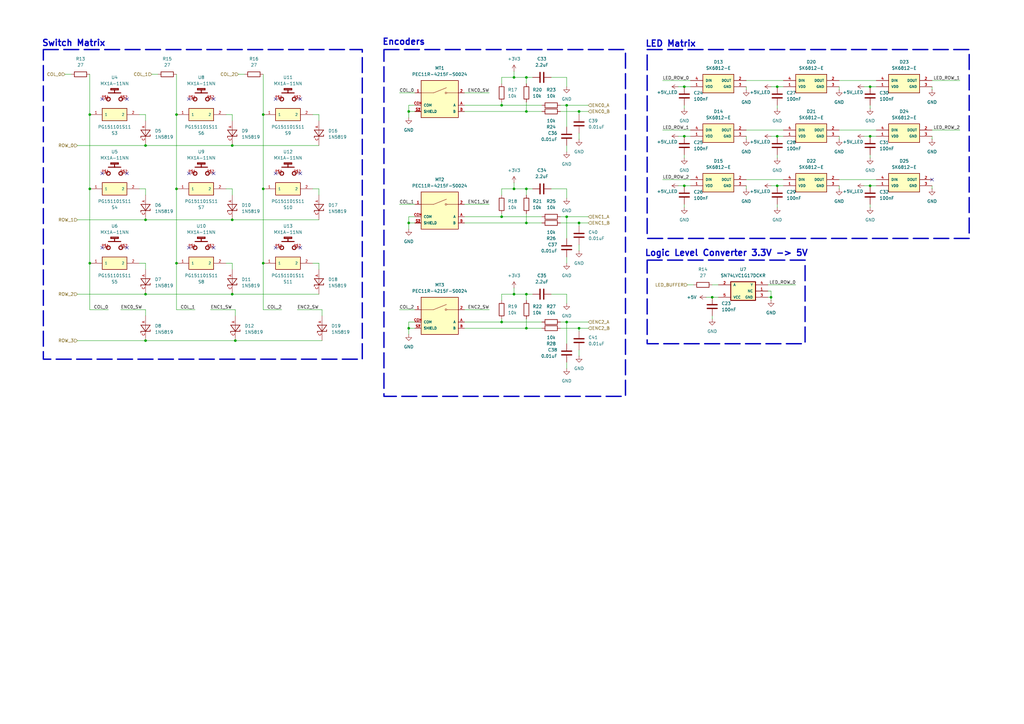
<source format=kicad_sch>
(kicad_sch (version 20231120) (generator "eeschema") (generator_version "8.0")
  (paper "A3")
  (title_block (title "Switch_Matrix") (date "2025-09-12") (rev "V0.1") (company "Drag0th"))
  (junction (at 215.9 31.75))
  (junction (at 210.82 31.75))
  (junction (at 215.9 134.62))
  (junction (at 72.39 77.47))
  (junction (at 59.69 120.65))
  (junction (at 167.64 91.44))
  (junction (at 96.52 139.7))
  (junction (at 316.23 121.92))
  (junction (at 280.67 76.2))
  (junction (at 215.9 77.47))
  (junction (at 36.83 107.95))
  (junction (at 292.1 121.92))
  (junction (at 59.69 90.17))
  (junction (at 72.39 46.99))
  (junction (at 95.25 90.17))
  (junction (at 318.77 35.56))
  (junction (at 210.82 77.47))
  (junction (at 318.77 76.2))
  (junction (at 237.49 91.44))
  (junction (at 237.49 134.62))
  (junction (at 95.25 59.69))
  (junction (at 107.95 46.99))
  (junction (at 232.41 88.9))
  (junction (at 215.9 120.65))
  (junction (at 205.74 132.08))
  (junction (at 280.67 35.56))
  (junction (at 215.9 45.72))
  (junction (at 215.9 91.44))
  (junction (at 356.87 55.88))
  (junction (at 318.77 55.88))
  (junction (at 280.67 55.88))
  (junction (at 210.82 120.65))
  (junction (at 95.25 120.65))
  (junction (at 36.83 77.47))
  (junction (at 72.39 107.95))
  (junction (at 232.41 132.08))
  (junction (at 232.41 43.18))
  (junction (at 59.69 139.7))
  (junction (at 356.87 76.2))
  (junction (at 36.83 46.99))
  (junction (at 167.64 134.62))
  (junction (at 205.74 88.9))
  (junction (at 205.74 43.18))
  (junction (at 237.49 45.72))
  (junction (at 107.95 107.95))
  (junction (at 167.64 45.72))
  (junction (at 59.69 59.69))
  (junction (at 107.95 77.47))
  (junction (at 356.87 35.56))
  (no_connect (at 52.07 40.64))
  (no_connect (at 123.19 40.64))
  (no_connect (at 113.03 101.6))
  (no_connect (at 87.63 101.6))
  (no_connect (at 52.07 71.12))
  (no_connect (at 41.91 101.6))
  (no_connect (at 123.19 101.6))
  (no_connect (at 113.03 71.12))
  (no_connect (at 41.91 40.64))
  (no_connect (at 52.07 101.6))
  (no_connect (at 41.91 71.12))
  (no_connect (at 77.47 71.12))
  (no_connect (at 77.47 101.6))
  (no_connect (at 87.63 40.64))
  (no_connect (at 113.03 40.64))
  (no_connect (at 87.63 71.12))
  (no_connect (at 123.19 71.12))
  (no_connect (at 382.27 73.66))
  (no_connect (at 77.47 40.64))
  (wire (pts (xy 95.25 77.47) (xy 92.71 77.47)))
  (wire (pts (xy 190.5 127) (xy 200.66 127)))
  (wire (pts (xy 59.69 120.65) (xy 95.25 120.65)))
  (wire (pts (xy 232.41 88.9) (xy 232.41 97.79)))
  (wire (pts (xy 210.82 77.47) (xy 210.82 74.93)))
  (wire (pts (xy 316.23 76.2) (xy 318.77 76.2)))
  (wire (pts (xy 237.49 134.62) (xy 241.3 134.62)))
  (wire (pts (xy 59.69 80.01) (xy 59.69 77.47)))
  (wire (pts (xy 31.75 59.69) (xy 59.69 59.69)))
  (wire (pts (xy 205.74 31.75) (xy 205.74 34.29)))
  (wire (pts (xy 215.9 45.72) (xy 222.25 45.72)))
  (wire (pts (xy 167.64 88.9) (xy 167.64 91.44)))
  (wire (pts (xy 107.95 107.95) (xy 107.95 127)))
  (wire (pts (xy 215.9 80.01) (xy 215.9 77.47)))
  (wire (pts (xy 280.67 55.88) (xy 283.21 55.88)))
  (wire (pts (xy 130.81 49.53) (xy 130.81 46.99)))
  (wire (pts (xy 31.75 139.7) (xy 59.69 139.7)))
  (wire (pts (xy 215.9 31.75) (xy 218.44 31.75)))
  (wire (pts (xy 205.74 88.9) (xy 222.25 88.9)))
  (wire (pts (xy 95.25 120.65) (xy 130.81 120.65)))
  (wire (pts (xy 344.17 53.34) (xy 359.41 53.34)))
  (wire (pts (xy 232.41 43.18) (xy 241.3 43.18)))
  (wire (pts (xy 167.64 91.44) (xy 167.64 93.98)))
  (wire (pts (xy 316.23 119.38) (xy 316.23 121.92)))
  (wire (pts (xy 232.41 105.41) (xy 232.41 107.95)))
  (wire (pts (xy 205.74 77.47) (xy 205.74 80.01)))
  (wire (pts (xy 356.87 76.2) (xy 359.41 76.2)))
  (wire (pts (xy 26.67 30.48) (xy 29.21 30.48)))
  (wire (pts (xy 344.17 33.02) (xy 359.41 33.02)))
  (wire (pts (xy 170.18 88.9) (xy 167.64 88.9)))
  (wire (pts (xy 190.5 83.82) (xy 200.66 83.82)))
  (wire (pts (xy 278.13 76.2) (xy 280.67 76.2)))
  (wire (pts (xy 190.5 43.18) (xy 205.74 43.18)))
  (wire (pts (xy 121.92 127) (xy 132.08 127)))
  (wire (pts (xy 31.75 90.17) (xy 59.69 90.17)))
  (wire (pts (xy 354.33 35.56) (xy 356.87 35.56)))
  (wire (pts (xy 232.41 35.56) (xy 232.41 31.75)))
  (wire (pts (xy 72.39 77.47) (xy 72.39 107.95)))
  (wire (pts (xy 237.49 91.44) (xy 241.3 91.44)))
  (wire (pts (xy 31.75 120.65) (xy 59.69 120.65)))
  (wire (pts (xy 280.67 83.82) (xy 280.67 85.09)))
  (wire (pts (xy 356.87 43.18) (xy 356.87 44.45)))
  (wire (pts (xy 96.52 129.54) (xy 96.52 127)))
  (wire (pts (xy 59.69 90.17) (xy 95.25 90.17)))
  (wire (pts (xy 237.49 45.72) (xy 237.49 46.99)))
  (wire (pts (xy 167.64 134.62) (xy 167.64 137.16)))
  (wire (pts (xy 62.23 30.48) (xy 64.77 30.48)))
  (wire (pts (xy 292.1 129.54) (xy 292.1 130.81)))
  (wire (pts (xy 95.25 90.17) (xy 130.81 90.17)))
  (wire (pts (xy 167.64 43.18) (xy 167.64 45.72)))
  (wire (pts (xy 382.27 33.02) (xy 393.7 33.02)))
  (wire (pts (xy 215.9 134.62) (xy 222.25 134.62)))
  (wire (pts (xy 215.9 34.29) (xy 215.9 31.75)))
  (wire (pts (xy 318.77 63.5) (xy 318.77 64.77)))
  (wire (pts (xy 95.25 80.01) (xy 95.25 77.47)))
  (wire (pts (xy 237.49 54.61) (xy 237.49 57.15)))
  (wire (pts (xy 237.49 143.51) (xy 237.49 146.05)))
  (wire (pts (xy 132.08 129.54) (xy 132.08 127)))
  (wire (pts (xy 190.5 132.08) (xy 205.74 132.08)))
  (wire (pts (xy 215.9 91.44) (xy 222.25 91.44)))
  (wire (pts (xy 232.41 59.69) (xy 232.41 62.23)))
  (wire (pts (xy 95.25 107.95) (xy 92.71 107.95)))
  (wire (pts (xy 318.77 43.18) (xy 318.77 44.45)))
  (wire (pts (xy 95.25 59.69) (xy 130.81 59.69)))
  (wire (pts (xy 280.67 76.2) (xy 283.21 76.2)))
  (wire (pts (xy 205.74 120.65) (xy 205.74 123.19)))
  (wire (pts (xy 232.41 124.46) (xy 232.41 120.65)))
  (wire (pts (xy 210.82 31.75) (xy 205.74 31.75)))
  (wire (pts (xy 344.17 76.2) (xy 344.17 77.47)))
  (wire (pts (xy 356.87 35.56) (xy 359.41 35.56)))
  (wire (pts (xy 170.18 132.08) (xy 167.64 132.08)))
  (wire (pts (xy 36.83 46.99) (xy 36.83 77.47)))
  (wire (pts (xy 167.64 91.44) (xy 170.18 91.44)))
  (wire (pts (xy 163.83 83.82) (xy 170.18 83.82)))
  (wire (pts (xy 306.07 33.02) (xy 321.31 33.02)))
  (wire (pts (xy 130.81 80.01) (xy 130.81 77.47)))
  (wire (pts (xy 59.69 49.53) (xy 59.69 46.99)))
  (wire (pts (xy 229.87 45.72) (xy 237.49 45.72)))
  (wire (pts (xy 229.87 43.18) (xy 232.41 43.18)))
  (wire (pts (xy 232.41 132.08) (xy 241.3 132.08)))
  (wire (pts (xy 86.36 127) (xy 96.52 127)))
  (wire (pts (xy 130.81 46.99) (xy 128.27 46.99)))
  (wire (pts (xy 382.27 55.88) (xy 382.27 57.15)))
  (wire (pts (xy 289.56 121.92) (xy 292.1 121.92)))
  (wire (pts (xy 96.52 139.7) (xy 132.08 139.7)))
  (wire (pts (xy 215.9 77.47) (xy 210.82 77.47)))
  (wire (pts (xy 237.49 134.62) (xy 237.49 135.89)))
  (wire (pts (xy 382.27 35.56) (xy 382.27 36.83)))
  (wire (pts (xy 237.49 91.44) (xy 237.49 92.71)))
  (wire (pts (xy 344.17 55.88) (xy 344.17 57.15)))
  (wire (pts (xy 163.83 127) (xy 170.18 127)))
  (wire (pts (xy 59.69 139.7) (xy 96.52 139.7)))
  (wire (pts (xy 72.39 127) (xy 80.01 127)))
  (wire (pts (xy 314.96 116.84) (xy 326.39 116.84)))
  (wire (pts (xy 215.9 123.19) (xy 215.9 120.65)))
  (wire (pts (xy 354.33 76.2) (xy 356.87 76.2)))
  (wire (pts (xy 59.69 46.99) (xy 57.15 46.99)))
  (wire (pts (xy 354.33 55.88) (xy 356.87 55.88)))
  (wire (pts (xy 382.27 76.2) (xy 382.27 77.47)))
  (wire (pts (xy 107.95 127) (xy 115.57 127)))
  (wire (pts (xy 190.5 91.44) (xy 215.9 91.44)))
  (wire (pts (xy 280.67 43.18) (xy 280.67 44.45)))
  (wire (pts (xy 344.17 73.66) (xy 359.41 73.66)))
  (wire (pts (xy 382.27 53.34) (xy 393.7 53.34)))
  (wire (pts (xy 72.39 30.48) (xy 72.39 46.99)))
  (wire (pts (xy 167.64 45.72) (xy 167.64 48.26)))
  (wire (pts (xy 167.64 45.72) (xy 170.18 45.72)))
  (wire (pts (xy 318.77 76.2) (xy 321.31 76.2)))
  (wire (pts (xy 229.87 132.08) (xy 232.41 132.08)))
  (wire (pts (xy 107.95 46.99) (xy 107.95 77.47)))
  (wire (pts (xy 130.81 110.49) (xy 130.81 107.95)))
  (wire (pts (xy 356.87 63.5) (xy 356.87 64.77)))
  (wire (pts (xy 232.41 120.65) (xy 226.06 120.65)))
  (wire (pts (xy 72.39 46.99) (xy 72.39 77.47)))
  (wire (pts (xy 278.13 35.56) (xy 280.67 35.56)))
  (wire (pts (xy 59.69 107.95) (xy 57.15 107.95)))
  (wire (pts (xy 215.9 87.63) (xy 215.9 91.44)))
  (wire (pts (xy 130.81 107.95) (xy 128.27 107.95)))
  (wire (pts (xy 318.77 83.82) (xy 318.77 85.09)))
  (wire (pts (xy 210.82 31.75) (xy 210.82 29.21)))
  (wire (pts (xy 229.87 88.9) (xy 232.41 88.9)))
  (wire (pts (xy 95.25 110.49) (xy 95.25 107.95)))
  (wire (pts (xy 306.07 55.88) (xy 306.07 57.15)))
  (wire (pts (xy 271.78 33.02) (xy 283.21 33.02)))
  (wire (pts (xy 232.41 77.47) (xy 226.06 77.47)))
  (wire (pts (xy 356.87 83.82) (xy 356.87 85.09)))
  (wire (pts (xy 232.41 88.9) (xy 241.3 88.9)))
  (wire (pts (xy 280.67 63.5) (xy 280.67 64.77)))
  (wire (pts (xy 205.74 130.81) (xy 205.74 132.08)))
  (wire (pts (xy 306.07 53.34) (xy 321.31 53.34)))
  (wire (pts (xy 229.87 134.62) (xy 237.49 134.62)))
  (wire (pts (xy 190.5 45.72) (xy 215.9 45.72)))
  (wire (pts (xy 271.78 53.34) (xy 283.21 53.34)))
  (wire (pts (xy 306.07 36.83) (xy 306.07 35.56)))
  (wire (pts (xy 232.41 81.28) (xy 232.41 77.47)))
  (wire (pts (xy 306.07 73.66) (xy 321.31 73.66)))
  (wire (pts (xy 280.67 35.56) (xy 283.21 35.56)))
  (wire (pts (xy 130.81 77.47) (xy 128.27 77.47)))
  (wire (pts (xy 205.74 87.63) (xy 205.74 88.9)))
  (wire (pts (xy 59.69 129.54) (xy 59.69 127)))
  (wire (pts (xy 72.39 107.95) (xy 72.39 127)))
  (wire (pts (xy 163.83 38.1) (xy 170.18 38.1)))
  (wire (pts (xy 314.96 121.92) (xy 316.23 121.92)))
  (wire (pts (xy 318.77 55.88) (xy 321.31 55.88)))
  (wire (pts (xy 316.23 121.92) (xy 316.23 123.19)))
  (wire (pts (xy 344.17 36.83) (xy 344.17 35.56)))
  (wire (pts (xy 278.13 55.88) (xy 280.67 55.88)))
  (wire (pts (xy 210.82 120.65) (xy 205.74 120.65)))
  (wire (pts (xy 232.41 132.08) (xy 232.41 140.97)))
  (wire (pts (xy 215.9 41.91) (xy 215.9 45.72)))
  (wire (pts (xy 190.5 88.9) (xy 205.74 88.9)))
  (wire (pts (xy 107.95 77.47) (xy 107.95 107.95)))
  (wire (pts (xy 190.5 38.1) (xy 200.66 38.1)))
  (wire (pts (xy 170.18 43.18) (xy 167.64 43.18)))
  (wire (pts (xy 306.07 76.2) (xy 306.07 77.47)))
  (wire (pts (xy 205.74 41.91) (xy 205.74 43.18)))
  (wire (pts (xy 215.9 77.47) (xy 218.44 77.47)))
  (wire (pts (xy 210.82 77.47) (xy 205.74 77.47)))
  (wire (pts (xy 59.69 59.69) (xy 95.25 59.69)))
  (wire (pts (xy 232.41 43.18) (xy 232.41 52.07)))
  (wire (pts (xy 167.64 134.62) (xy 170.18 134.62)))
  (wire (pts (xy 232.41 148.59) (xy 232.41 151.13)))
  (wire (pts (xy 107.95 30.48) (xy 107.95 46.99)))
  (wire (pts (xy 36.83 30.48) (xy 36.83 46.99)))
  (wire (pts (xy 292.1 121.92) (xy 294.64 121.92)))
  (wire (pts (xy 237.49 100.33) (xy 237.49 102.87)))
  (wire (pts (xy 95.25 46.99) (xy 92.71 46.99)))
  (wire (pts (xy 210.82 120.65) (xy 210.82 118.11)))
  (wire (pts (xy 271.78 73.66) (xy 283.21 73.66)))
  (wire (pts (xy 215.9 31.75) (xy 210.82 31.75)))
  (wire (pts (xy 316.23 55.88) (xy 318.77 55.88)))
  (wire (pts (xy 205.74 43.18) (xy 222.25 43.18)))
  (wire (pts (xy 232.41 31.75) (xy 226.06 31.75)))
  (wire (pts (xy 167.64 132.08) (xy 167.64 134.62)))
  (wire (pts (xy 36.83 107.95) (xy 36.83 127)))
  (wire (pts (xy 292.1 116.84) (xy 294.64 116.84)))
  (wire (pts (xy 316.23 119.38) (xy 314.96 119.38)))
  (wire (pts (xy 97.79 30.48) (xy 100.33 30.48)))
  (wire (pts (xy 36.83 77.47) (xy 36.83 107.95)))
  (wire (pts (xy 215.9 130.81) (xy 215.9 134.62)))
  (wire (pts (xy 59.69 110.49) (xy 59.69 107.95)))
  (wire (pts (xy 190.5 134.62) (xy 215.9 134.62)))
  (wire (pts (xy 356.87 55.88) (xy 359.41 55.88)))
  (wire (pts (xy 316.23 35.56) (xy 318.77 35.56)))
  (wire (pts (xy 36.83 127) (xy 44.45 127)))
  (wire (pts (xy 95.25 49.53) (xy 95.25 46.99)))
  (wire (pts (xy 59.69 77.47) (xy 57.15 77.47)))
  (wire (pts (xy 205.74 132.08) (xy 222.25 132.08)))
  (wire (pts (xy 318.77 35.56) (xy 321.31 35.56)))
  (wire (pts (xy 237.49 45.72) (xy 241.3 45.72)))
  (wire (pts (xy 49.53 127) (xy 59.69 127)))
  (wire (pts (xy 229.87 91.44) (xy 237.49 91.44)))
  (wire (pts (xy 281.94 116.84) (xy 284.48 116.84)))
  (wire (pts (xy 215.9 120.65) (xy 210.82 120.65)))
  (wire (pts (xy 215.9 120.65) (xy 218.44 120.65)))
  (rectangle (start 17.78 20.32) (end 148.59 147.32) (stroke (width 0.5588) (type dash)))
  (rectangle (start 265.43 20.32) (end 397.51 97.79) (stroke (width 0.5588) (type dash)))
  (rectangle (start 157.48 20.32) (end 256.54 162.56) (stroke (width 0.5588) (type dash)))
  (rectangle (start 265.43 106.68) (end 330.2 140.97) (stroke (width 0.5588) (type dash)))
  (text "Encoders" (at 165.608 17.272 0) (effects (font (size 2.54 2.54) (thickness 0.508) (bold yes))))
  (text "Switch Matrix" (at 30.226 17.78 0) (effects (font (size 2.54 2.54) (thickness 0.508) (bold yes))))
  (text "Logic Level Converter 3.3V -> 5V" (at 297.942 103.886 0) (effects (font (size 2.54 2.54) (thickness 0.508) (bold yes))))
  (text "LED Matrix" (at 275.082 18.034 0) (effects (font (size 2.54 2.54) (thickness 0.508) (bold yes))))
  (label "LED_ROW_2" (at 393.7 53.34 180))
  (label "COL_2" (at 115.57 127 180))
  (label "COL_1" (at 80.01 127 180))
  (label "ENC1_SW" (at 86.36 127 0))
  (label "LED_ROW_1" (at 271.78 53.34 0))
  (label "COL_2" (at 163.83 127 0))
  (label "COL_0" (at 163.83 38.1 0))
  (label "ENC2_SW" (at 121.92 127 0))
  (label "COL_1" (at 163.83 83.82 0))
  (label "ENC0_SW" (at 49.53 127 0))
  (label "LED_ROW_2" (at 271.78 73.66 0))
  (label "ENC2_SW" (at 200.66 127 180))
  (label "LED_ROW_0" (at 271.78 33.02 0))
  (label "COL_0" (at 44.45 127 180))
  (label "LED_ROW_1" (at 393.7 33.02 180))
  (label "ENC0_SW" (at 200.66 38.1 180))
  (label "LED_ROW_0" (at 326.39 116.84 180))
  (label "ENC1_SW" (at 200.66 83.82 180))
  (hierarchical_label "ROW_0" (shape input) (at 31.75 59.69 180))
  (hierarchical_label "ENC2_A" (shape input) (at 241.3 132.08 0))
  (hierarchical_label "ROW_3" (shape input) (at 31.75 139.7 180))
  (hierarchical_label "LED_BUFFER" (shape input) (at 281.94 116.84 180))
  (hierarchical_label "ROW_1" (shape input) (at 31.75 90.17 180))
  (hierarchical_label "ROW_2" (shape input) (at 31.75 120.65 180))
  (hierarchical_label "ENC0_A" (shape input) (at 241.3 43.18 0))
  (hierarchical_label "COL_1" (shape input) (at 62.23 30.48 180))
  (hierarchical_label "ENC0_B" (shape input) (at 241.3 45.72 0))
  (hierarchical_label "ENC1_B" (shape input) (at 241.3 91.44 0))
  (hierarchical_label "COL_0" (shape input) (at 26.67 30.48 180))
  (hierarchical_label "COL_2" (shape input) (at 97.79 30.48 180))
  (hierarchical_label "ENC1_A" (shape input) (at 241.3 88.9 0))
  (hierarchical_label "ENC2_B" (shape input) (at 241.3 134.62 0))
  (symbol (lib_id "power:GND") (at 344.17 77.47 0) (unit 1)
    (property "Reference" "#PWR080" (effects (hide yes)))
    (property "Value" "GND" (at 344.17 82.55 0))
    (property "Description" "Power symbol creates a global label with name \"GND\" , ground" (effects (hide yes)))
  )
  (symbol (lib_id "power:GND") (at 237.49 146.05 0) (unit 1)
    (property "Reference" "#PWR056" (effects (hide yes)))
    (property "Value" "GND" (at 237.49 151.13 0))
    (property "Description" "Power symbol creates a global label with name \"GND\" , ground" (effects (hide yes)))
  )
  (symbol (lib_id "power:+5V") (at 316.23 76.2 90) (unit 1)
    (property "Reference" "#PWR078" (effects (hide yes)))
    (property "Value" "+5V_LED" (at 315.976 78.486 90) (effects (justify left)))
    (property "Description" "Power symbol creates a global label with name \"+5V\"" (effects (hide yes)))
  )
  (symbol (lib_id "power:GND") (at 167.64 93.98 0) (unit 1)
    (property "Reference" "#PWR047" (effects (hide yes)))
    (property "Value" "GND" (at 167.64 99.06 0))
    (property "Description" "Power symbol creates a global label with name \"GND\" , ground" (effects (hide yes)))
  )
  (symbol (lib_id "KSZ_KiCad_Symbol_Library:SN74LVC1G17DCKR") (at 304.8 119.38 0) (unit 1)
    (property "Reference" "U7" (at 304.8 110.49 0))
    (property "Value" "SN74LVC1G17DCKR" (at 304.8 113.03 0))
    (property "Footprint" "KSZ_KiCad_Footprint_Library:SOT65P210X110-5N" (effects (hide yes)))
    (property "MF" "Texas Instruments" (effects (hide yes)))
    (property "Description_1" "\n                        \n                            Single 1.65-V to 5.5-V buffer with Schmitt-Trigger inputs\n                        \n" (effects (hide yes)))
    (property "Package" "SC70-5 Texas Instruments" (effects (hide yes)))
    (property "Price" "None" (effects (hide yes)))
    (property "SnapEDA_Link" "https://www.snapeda.com/parts/SN74LVC1G17DCKR/Texas+Instruments/view-part/?ref=snap" (effects (hide yes)))
    (property "MP" "SN74LVC1G17DCKR" (effects (hide yes)))
    (property "Availability" "In Stock" (effects (hide yes)))
    (property "Check_prices" "https://www.snapeda.com/parts/SN74LVC1G17DCKR/Texas+Instruments/view-part/?ref=eda" (effects (hide yes)))
  )
  (symbol (lib_id "KSZ_KiCad_Symbol_Library:1N5819") (at 95.25 54.61 180) (unit 1)
    (property "Reference" "D9" (at 99.06 53.6574 0) (effects (justify right)))
    (property "Value" "1N5819" (at 99.06 56.1974 0) (effects (justify right)))
    (property "Footprint" "KSZ_KiCad_Footprint_Library:SOD323" (effects (hide yes)))
    (property "MF" "Infineon" (effects (hide yes)))
    (property "Description_1" "\n                        \n                            Schottky Diode Single 30V 1A SOD323\n                        \n" (effects (hide yes)))
    (property "Package" "SOD-323 Infineon" (effects (hide yes)))
    (property "Price" "None" (effects (hide yes)))
    (property "SnapEDA_Link" "https://www.snapeda.com/parts/BAS%203010A-03W/Infineon/view-part/?ref=snap" (effects (hide yes)))
    (property "MP" "BAS 3010A-03W" (effects (hide yes)))
    (property "Availability" "In Stock" (effects (hide yes)))
    (property "Check_prices" "https://www.snapeda.com/parts/BAS%203010A-03W/Infineon/view-part/?ref=eda" (effects (hide yes)))
  )
  (symbol (lib_id "KSZ_KiCad_Symbol_Library:PG151101S11") (at 118.11 46.99 0) (mirror x) (unit 1)
    (property "Reference" "S9" (at 118.11 54.61 0))
    (property "Value" "PG151101S11" (at 118.11 52.07 0))
    (property "Footprint" "KSZ_KiCad_Footprint_Library:SW_PG151101S11" (effects (hide yes)))
    (property "MF" "Kailh" (effects (hide yes)))
    (property "MAXIMUM_PACKAGE_HEIGHT" "1.95 mm" (effects (hide yes)))
    (property "Package" "Package" (effects (hide yes)))
    (property "Price" "None" (effects (hide yes)))
    (property "Check_prices" "https://www.snapeda.com/parts/PG151101S11/Kailh/view-part/?ref=eda" (effects (hide yes)))
    (property "STANDARD" "Manufacturer Recommendations" (effects (hide yes)))
    (property "PARTREV" "A" (effects (hide yes)))
    (property "SnapEDA_Link" "https://www.snapeda.com/parts/PG151101S11/Kailh/view-part/?ref=snap" (effects (hide yes)))
    (property "MP" "PG151101S11" (effects (hide yes)))
    (property "Description_1" "\n                        \n                            \n                        \n" (effects (hide yes)))
    (property "Availability" "Not in stock" (effects (hide yes)))
    (property "MANUFACTURER" "Kailh" (effects (hide yes)))
  )
  (symbol (lib_id "Device:R") (at 215.9 38.1 180) (unit 1)
    (property "Reference" "R20" (at 218.44 36.8299 0) (effects (justify right)))
    (property "Value" "10k" (at 218.44 39.3699 0) (effects (justify right)))
    (property "Footprint" "Resistor_SMD:R_0603_1608Metric_Pad0.98x0.95mm_HandSolder" (effects (hide yes)))
    (property "Description" "Resistor" (effects (hide yes)))
  )
  (symbol (lib_id "KSZ_KiCad_Symbol_Library:PG151101S11") (at 118.11 107.95 0) (mirror x) (unit 1)
    (property "Reference" "S11" (at 118.11 115.57 0))
    (property "Value" "PG151101S11" (at 118.11 113.03 0))
    (property "Footprint" "KSZ_KiCad_Footprint_Library:SW_PG151101S11" (effects (hide yes)))
    (property "MF" "Kailh" (effects (hide yes)))
    (property "MAXIMUM_PACKAGE_HEIGHT" "1.95 mm" (effects (hide yes)))
    (property "Package" "Package" (effects (hide yes)))
    (property "Price" "None" (effects (hide yes)))
    (property "Check_prices" "https://www.snapeda.com/parts/PG151101S11/Kailh/view-part/?ref=eda" (effects (hide yes)))
    (property "STANDARD" "Manufacturer Recommendations" (effects (hide yes)))
    (property "PARTREV" "A" (effects (hide yes)))
    (property "SnapEDA_Link" "https://www.snapeda.com/parts/PG151101S11/Kailh/view-part/?ref=snap" (effects (hide yes)))
    (property "MP" "PG151101S11" (effects (hide yes)))
    (property "Description_1" "\n                        \n                            \n                        \n" (effects (hide yes)))
    (property "Availability" "Not in stock" (effects (hide yes)))
    (property "MANUFACTURER" "Kailh" (effects (hide yes)))
  )
  (symbol (lib_id "KSZ_KiCad_Symbol_Library:SK6812-E") (at 298.45 58.42 0) (unit 1)
    (property "Reference" "D14" (at 294.64 45.72 0))
    (property "Value" "SK6812-E" (at 294.64 48.26 0))
    (property "Footprint" "KSZ_KiCad_Footprint_Library:LED_SK6812-E" (effects (hide yes)))
    (property "MF" "DONGGUANG OPSCO OPTOELECTRONICS CO., LTD" (effects (hide yes)))
    (property "MAXIMUM_PACKAGE_HEIGHT" "0.84mm" (effects (hide yes)))
    (property "Package" "Package" (effects (hide yes)))
    (property "Price" "None" (effects (hide yes)))
    (property "Check_prices" "https://www.snapeda.com/parts/SK6812-E/DONGGUANG+OPSCO+OPTOELECTRONICS+CO.%252C+LTD/view-part/?ref=eda" (effects (hide yes)))
    (property "STANDARD" "Manufacturer recommendations" (effects (hide yes)))
    (property "PARTREV" "2" (effects (hide yes)))
    (property "SnapEDA_Link" "https://www.snapeda.com/parts/SK6812-E/DONGGUANG+OPSCO+OPTOELECTRONICS+CO.%252C+LTD/view-part/?ref=snap" (effects (hide yes)))
    (property "MP" "SK6812-E" (effects (hide yes)))
    (property "Description_1" "\n                        \n                            SK6812MINI-E is a smart LED control circuit and light emitting circuit in one controlled LED source, which has the shape of a 3528  LED chip.\n                        \n" (effects (hide yes)))
    (property "Availability" "Not in stock" (effects (hide yes)))
    (property "MANUFACTURER" "DONGGUANG OPSCO" (effects (hide yes)))
  )
  (symbol (lib_id "KSZ_KiCad_Symbol_Library:1N5819") (at 59.69 115.57 180) (unit 1)
    (property "Reference" "D7" (at 63.5 114.6174 0) (effects (justify right)))
    (property "Value" "1N5819" (at 63.5 117.1574 0) (effects (justify right)))
    (property "Footprint" "KSZ_KiCad_Footprint_Library:SOD323" (effects (hide yes)))
    (property "MF" "Infineon" (effects (hide yes)))
    (property "Description_1" "\n                        \n                            Schottky Diode Single 30V 1A SOD323\n                        \n" (effects (hide yes)))
    (property "Package" "SOD-323 Infineon" (effects (hide yes)))
    (property "Price" "None" (effects (hide yes)))
    (property "SnapEDA_Link" "https://www.snapeda.com/parts/BAS%203010A-03W/Infineon/view-part/?ref=snap" (effects (hide yes)))
    (property "MP" "BAS 3010A-03W" (effects (hide yes)))
    (property "Availability" "In Stock" (effects (hide yes)))
    (property "Check_prices" "https://www.snapeda.com/parts/BAS%203010A-03W/Infineon/view-part/?ref=eda" (effects (hide yes)))
  )
  (symbol (lib_id "power:GND") (at 306.07 57.15 0) (unit 1)
    (property "Reference" "#PWR068" (effects (hide yes)))
    (property "Value" "GND" (at 306.07 62.23 0))
    (property "Description" "Power symbol creates a global label with name \"GND\" , ground" (effects (hide yes)))
  )
  (symbol (lib_id "Device:C") (at 318.77 39.37 180) (unit 1)
    (property "Reference" "C27" (at 322.58 38.0999 0) (effects (justify right)))
    (property "Value" "100nF" (at 322.58 40.6399 0) (effects (justify right)))
    (property "Footprint" "Capacitor_SMD:C_0603_1608Metric_Pad1.08x0.95mm_HandSolder" (effects (hide yes)))
    (property "Description" "Unpolarized capacitor" (effects (hide yes)))
  )
  (symbol (lib_id "power:GND") (at 318.77 64.77 0) (unit 1)
    (property "Reference" "#PWR070" (effects (hide yes)))
    (property "Value" "GND" (at 318.77 69.85 0))
    (property "Description" "Power symbol creates a global label with name \"GND\" , ground" (effects (hide yes)))
  )
  (symbol (lib_id "KSZ_KiCad_Symbol_Library:1N5819") (at 59.69 54.61 180) (unit 1)
    (property "Reference" "D5" (at 63.5 53.6574 0) (effects (justify right)))
    (property "Value" "1N5819" (at 63.5 56.1974 0) (effects (justify right)))
    (property "Footprint" "KSZ_KiCad_Footprint_Library:SOD323" (effects (hide yes)))
    (property "MF" "Infineon" (effects (hide yes)))
    (property "Description_1" "\n                        \n                            Schottky Diode Single 30V 1A SOD323\n                        \n" (effects (hide yes)))
    (property "Package" "SOD-323 Infineon" (effects (hide yes)))
    (property "Price" "None" (effects (hide yes)))
    (property "SnapEDA_Link" "https://www.snapeda.com/parts/BAS%203010A-03W/Infineon/view-part/?ref=snap" (effects (hide yes)))
    (property "MP" "BAS 3010A-03W" (effects (hide yes)))
    (property "Availability" "In Stock" (effects (hide yes)))
    (property "Check_prices" "https://www.snapeda.com/parts/BAS%203010A-03W/Infineon/view-part/?ref=eda" (effects (hide yes)))
  )
  (symbol (lib_id "KSZ_KiCad_Symbol_Library:PG151101S11") (at 46.99 46.99 0) (mirror x) (unit 1)
    (property "Reference" "S3" (at 46.99 54.61 0))
    (property "Value" "PG151101S11" (at 46.99 52.07 0))
    (property "Footprint" "KSZ_KiCad_Footprint_Library:SW_PG151101S11" (effects (hide yes)))
    (property "MF" "Kailh" (effects (hide yes)))
    (property "MAXIMUM_PACKAGE_HEIGHT" "1.95 mm" (effects (hide yes)))
    (property "Package" "Package" (effects (hide yes)))
    (property "Price" "None" (effects (hide yes)))
    (property "Check_prices" "https://www.snapeda.com/parts/PG151101S11/Kailh/view-part/?ref=eda" (effects (hide yes)))
    (property "STANDARD" "Manufacturer Recommendations" (effects (hide yes)))
    (property "PARTREV" "A" (effects (hide yes)))
    (property "SnapEDA_Link" "https://www.snapeda.com/parts/PG151101S11/Kailh/view-part/?ref=snap" (effects (hide yes)))
    (property "MP" "PG151101S11" (effects (hide yes)))
    (property "Description_1" "\n                        \n                            \n                        \n" (effects (hide yes)))
    (property "Availability" "Not in stock" (effects (hide yes)))
    (property "MANUFACTURER" "Kailh" (effects (hide yes)))
  )
  (symbol (lib_id "power:GND") (at 232.41 107.95 0) (unit 1)
    (property "Reference" "#PWR050" (effects (hide yes)))
    (property "Value" "GND" (at 232.41 113.03 0))
    (property "Description" "Power symbol creates a global label with name \"GND\" , ground" (effects (hide yes)))
  )
  (symbol (lib_id "Device:C") (at 280.67 39.37 180) (unit 1)
    (property "Reference" "C24" (at 284.48 38.0999 0) (effects (justify right)))
    (property "Value" "100nF" (at 284.48 40.6399 0) (effects (justify right)))
    (property "Footprint" "Capacitor_SMD:C_0603_1608Metric_Pad1.08x0.95mm_HandSolder" (effects (hide yes)))
    (property "Description" "Unpolarized capacitor" (effects (hide yes)))
  )
  (symbol (lib_id "power:GND") (at 292.1 130.81 0) (unit 1)
    (property "Reference" "#PWR085" (effects (hide yes)))
    (property "Value" "GND" (at 292.1 135.89 0))
    (property "Description" "Power symbol creates a global label with name \"GND\" , ground" (effects (hide yes)))
  )
  (symbol (lib_id "power:GND") (at 232.41 81.28 0) (unit 1)
    (property "Reference" "#PWR049" (effects (hide yes)))
    (property "Value" "GND" (at 232.41 86.36 0))
    (property "Description" "Power symbol creates a global label with name \"GND\" , ground" (effects (hide yes)))
  )
  (symbol (lib_id "power:GND") (at 356.87 85.09 0) (unit 1)
    (property "Reference" "#PWR082" (effects (hide yes)))
    (property "Value" "GND" (at 356.87 90.17 0))
    (property "Description" "Power symbol creates a global label with name \"GND\" , ground" (effects (hide yes)))
  )
  (symbol (lib_id "power:+5V") (at 289.56 121.92 90) (unit 1)
    (property "Reference" "#PWR084" (effects (hide yes)))
    (property "Value" "+5V" (at 285.75 121.9199 90) (effects (justify left)))
    (property "Description" "Power symbol creates a global label with name \"+5V\"" (effects (hide yes)))
  )
  (symbol (lib_id "power:+3V3") (at 210.82 118.11 0) (unit 1)
    (property "Reference" "#PWR053" (effects (hide yes)))
    (property "Value" "+3V3" (at 210.82 113.03 0))
    (property "Description" "Power symbol creates a global label with name \"+3V3\"" (effects (hide yes)))
  )
  (symbol (lib_id "KSZ_KiCad_Symbol_Library:PG151101S11") (at 82.55 107.95 0) (mirror x) (unit 1)
    (property "Reference" "S8" (at 82.55 115.57 0))
    (property "Value" "PG151101S11" (at 82.55 113.03 0))
    (property "Footprint" "KSZ_KiCad_Footprint_Library:SW_PG151101S11" (effects (hide yes)))
    (property "MF" "Kailh" (effects (hide yes)))
    (property "MAXIMUM_PACKAGE_HEIGHT" "1.95 mm" (effects (hide yes)))
    (property "Package" "Package" (effects (hide yes)))
    (property "Price" "None" (effects (hide yes)))
    (property "Check_prices" "https://www.snapeda.com/parts/PG151101S11/Kailh/view-part/?ref=eda" (effects (hide yes)))
    (property "STANDARD" "Manufacturer Recommendations" (effects (hide yes)))
    (property "PARTREV" "A" (effects (hide yes)))
    (property "SnapEDA_Link" "https://www.snapeda.com/parts/PG151101S11/Kailh/view-part/?ref=snap" (effects (hide yes)))
    (property "MP" "PG151101S11" (effects (hide yes)))
    (property "Description_1" "\n                        \n                            \n                        \n" (effects (hide yes)))
    (property "Availability" "Not in stock" (effects (hide yes)))
    (property "MANUFACTURER" "Kailh" (effects (hide yes)))
  )
  (symbol (lib_id "power:+5V") (at 278.13 76.2 90) (unit 1)
    (property "Reference" "#PWR075" (effects (hide yes)))
    (property "Value" "+5V_LED" (at 277.876 78.486 90) (effects (justify left)))
    (property "Description" "Power symbol creates a global label with name \"+5V\"" (effects (hide yes)))
  )
  (symbol (lib_id "power:GND") (at 232.41 62.23 0) (unit 1)
    (property "Reference" "#PWR044" (effects (hide yes)))
    (property "Value" "GND" (at 232.41 67.31 0))
    (property "Description" "Power symbol creates a global label with name \"GND\" , ground" (effects (hide yes)))
  )
  (symbol (lib_id "power:GND") (at 167.64 137.16 0) (unit 1)
    (property "Reference" "#PWR052" (effects (hide yes)))
    (property "Value" "GND" (at 167.64 142.24 0))
    (property "Description" "Power symbol creates a global label with name \"GND\" , ground" (effects (hide yes)))
  )
  (symbol (lib_id "Device:C") (at 222.25 120.65 270) (unit 1)
    (property "Reference" "C35" (at 222.25 113.03 90))
    (property "Value" "2.2uF" (at 222.25 115.57 90))
    (property "Footprint" "Capacitor_SMD:C_0603_1608Metric_Pad1.08x0.95mm_HandSolder" (effects (hide yes)))
    (property "Description" "Unpolarized capacitor" (effects (hide yes)))
  )
  (symbol (lib_name "MX1A-11NN_1") (lib_id "KSZ_KiCad_Symbol_Library:MX1A-11NN") (at 46.99 40.64 0) (unit 1)
    (property "Reference" "U4" (at 46.99 31.75 0))
    (property "Value" "MX1A-11NN" (at 46.99 34.29 0))
    (property "Footprint" "KSZ_KiCad_Footprint_Library:CHERRY_MX1A-11NN_SWITCH" (effects (hide yes)))
    (property "MF" "Cherry" (effects (hide yes)))
    (property "Description_1" "\n                        \n                            Switch,Key,SPST-NO,Keyboard,Low Profile,10mA,12VDC,Face Place Mount,Std Force | Cherry Americas MX1A-11NN\n                        \n" (effects (hide yes)))
    (property "Package" "None" (effects (hide yes)))
    (property "Price" "None" (effects (hide yes)))
    (property "SnapEDA_Link" "https://www.snapeda.com/parts/MX1A-11NN/Cherry/view-part/?ref=snap" (effects (hide yes)))
    (property "MP" "MX1A-11NN" (effects (hide yes)))
    (property "Availability" "In Stock" (effects (hide yes)))
    (property "Check_prices" "https://www.snapeda.com/parts/MX1A-11NN/Cherry/view-part/?ref=eda" (effects (hide yes)))
  )
  (symbol (lib_id "Device:R") (at 226.06 88.9 270) (unit 1)
    (property "Reference" "R25" (at 226.06 82.55 90))
    (property "Value" "10k" (at 226.06 85.09 90))
    (property "Footprint" "Resistor_SMD:R_0603_1608Metric_Pad0.98x0.95mm_HandSolder" (effects (hide yes)))
    (property "Description" "Resistor" (effects (hide yes)))
  )
  (symbol (lib_id "power:GND") (at 280.67 44.45 0) (unit 1)
    (property "Reference" "#PWR057" (effects (hide yes)))
    (property "Value" "GND" (at 280.67 49.53 0))
    (property "Description" "Power symbol creates a global label with name \"GND\" , ground" (effects (hide yes)))
  )
  (symbol (lib_id "power:GND") (at 344.17 36.83 0) (unit 1)
    (property "Reference" "#PWR062" (effects (hide yes)))
    (property "Value" "GND" (at 344.17 41.91 0))
    (property "Description" "Power symbol creates a global label with name \"GND\" , ground" (effects (hide yes)))
  )
  (symbol (lib_id "Device:C") (at 237.49 139.7 180) (unit 1)
    (property "Reference" "C41" (at 241.3 138.4299 0) (effects (justify right)))
    (property "Value" "0.01uF" (at 241.3 140.9699 0) (effects (justify right)))
    (property "Footprint" "Capacitor_SMD:C_0603_1608Metric_Pad1.08x0.95mm_HandSolder" (effects (hide yes)))
    (property "Description" "Unpolarized capacitor" (effects (hide yes)))
  )
  (symbol (lib_id "Device:R") (at 288.29 116.84 270) (unit 1)
    (property "Reference" "R14" (at 288.29 110.49 90))
    (property "Value" "27" (at 288.29 113.03 90))
    (property "Footprint" "Resistor_SMD:R_0603_1608Metric_Pad0.98x0.95mm_HandSolder" (effects (hide yes)))
    (property "Description" "Resistor" (effects (hide yes)))
  )
  (symbol (lib_id "KSZ_KiCad_Symbol_Library:1N5819") (at 130.81 115.57 180) (unit 1)
    (property "Reference" "D18" (at 134.62 114.6174 0) (effects (justify right)))
    (property "Value" "1N5819" (at 134.62 117.1574 0) (effects (justify right)))
    (property "Footprint" "KSZ_KiCad_Footprint_Library:SOD323" (effects (hide yes)))
    (property "MF" "Infineon" (effects (hide yes)))
    (property "Description_1" "\n                        \n                            Schottky Diode Single 30V 1A SOD323\n                        \n" (effects (hide yes)))
    (property "Package" "SOD-323 Infineon" (effects (hide yes)))
    (property "Price" "None" (effects (hide yes)))
    (property "SnapEDA_Link" "https://www.snapeda.com/parts/BAS%203010A-03W/Infineon/view-part/?ref=snap" (effects (hide yes)))
    (property "MP" "BAS 3010A-03W" (effects (hide yes)))
    (property "Availability" "In Stock" (effects (hide yes)))
    (property "Check_prices" "https://www.snapeda.com/parts/BAS%203010A-03W/Infineon/view-part/?ref=eda" (effects (hide yes)))
  )
  (symbol (lib_id "power:GND") (at 232.41 151.13 0) (unit 1)
    (property "Reference" "#PWR055" (effects (hide yes)))
    (property "Value" "GND" (at 232.41 156.21 0))
    (property "Description" "Power symbol creates a global label with name \"GND\" , ground" (effects (hide yes)))
  )
  (symbol (lib_id "KSZ_KiCad_Symbol_Library:PEC11R-4215F-S0024") (at 180.34 86.36 0) (unit 1)
    (property "Reference" "MT2" (at 180.34 73.66 0))
    (property "Value" "PEC11R-4215F-S0024" (at 180.34 76.2 0))
    (property "Footprint" "KSZ_KiCad_Footprint_Library:XDCR_PEC11R-4215F-S0024" (effects (hide yes)))
    (property "MF" "Bourns" (effects (hide yes)))
    (property "MAXIMUM_PACKAGE_HEIGHT" "21.5 mm" (effects (hide yes)))
    (property "Package" "None" (effects (hide yes)))
    (property "Price" "None" (effects (hide yes)))
    (property "Check_prices" "https://www.snapeda.com/parts/PEC11R-4215F-S0024/Bourns/view-part/?ref=eda" (effects (hide yes)))
    (property "STANDARD" "Manufacturer Recommendations" (effects (hide yes)))
    (property "PARTREV" "Rev. 09/19" (effects (hide yes)))
    (property "SnapEDA_Link" "https://www.snapeda.com/parts/PEC11R-4215F-S0024/Bourns/view-part/?ref=snap" (effects (hide yes)))
    (property "MP" "PEC11R-4215F-S0024" (effects (hide yes)))
    (property "Description_1" "\n                        \n                            Encoder,Rotary,24 Detents,15 mm, Shaft,Switch | Bourns PEC11R-4215F-S0024\n                        \n" (effects (hide yes)))
    (property "Availability" "In Stock" (effects (hide yes)))
    (property "MANUFACTURER" "J.W.Miller/Bourns" (effects (hide yes)))
  )
  (symbol (lib_name "MX1A-11NN_1") (lib_id "KSZ_KiCad_Symbol_Library:MX1A-11NN") (at 46.99 71.12 0) (unit 1)
    (property "Reference" "U5" (at 46.99 62.23 0))
    (property "Value" "MX1A-11NN" (at 46.99 64.77 0))
    (property "Footprint" "KSZ_KiCad_Footprint_Library:CHERRY_MX1A-11NN_SWITCH" (effects (hide yes)))
    (property "MF" "Cherry" (effects (hide yes)))
    (property "Description_1" "\n                        \n                            Switch,Key,SPST-NO,Keyboard,Low Profile,10mA,12VDC,Face Place Mount,Std Force | Cherry Americas MX1A-11NN\n                        \n" (effects (hide yes)))
    (property "Package" "None" (effects (hide yes)))
    (property "Price" "None" (effects (hide yes)))
    (property "SnapEDA_Link" "https://www.snapeda.com/parts/MX1A-11NN/Cherry/view-part/?ref=snap" (effects (hide yes)))
    (property "MP" "MX1A-11NN" (effects (hide yes)))
    (property "Availability" "In Stock" (effects (hide yes)))
    (property "Check_prices" "https://www.snapeda.com/parts/MX1A-11NN/Cherry/view-part/?ref=eda" (effects (hide yes)))
  )
  (symbol (lib_id "power:GND") (at 356.87 64.77 0) (unit 1)
    (property "Reference" "#PWR073" (effects (hide yes)))
    (property "Value" "GND" (at 356.87 69.85 0))
    (property "Description" "Power symbol creates a global label with name \"GND\" , ground" (effects (hide yes)))
  )
  (symbol (lib_id "KSZ_KiCad_Symbol_Library:PG151101S11") (at 118.11 77.47 0) (mirror x) (unit 1)
    (property "Reference" "S10" (at 118.11 85.09 0))
    (property "Value" "PG151101S11" (at 118.11 82.55 0))
    (property "Footprint" "KSZ_KiCad_Footprint_Library:SW_PG151101S11" (effects (hide yes)))
    (property "MF" "Kailh" (effects (hide yes)))
    (property "MAXIMUM_PACKAGE_HEIGHT" "1.95 mm" (effects (hide yes)))
    (property "Package" "Package" (effects (hide yes)))
    (property "Price" "None" (effects (hide yes)))
    (property "Check_prices" "https://www.snapeda.com/parts/PG151101S11/Kailh/view-part/?ref=eda" (effects (hide yes)))
    (property "STANDARD" "Manufacturer Recommendations" (effects (hide yes)))
    (property "PARTREV" "A" (effects (hide yes)))
    (property "SnapEDA_Link" "https://www.snapeda.com/parts/PG151101S11/Kailh/view-part/?ref=snap" (effects (hide yes)))
    (property "MP" "PG151101S11" (effects (hide yes)))
    (property "Description_1" "\n                        \n                            \n                        \n" (effects (hide yes)))
    (property "Availability" "Not in stock" (effects (hide yes)))
    (property "MANUFACTURER" "Kailh" (effects (hide yes)))
  )
  (symbol (lib_id "KSZ_KiCad_Symbol_Library:PG151101S11") (at 46.99 77.47 0) (mirror x) (unit 1)
    (property "Reference" "S4" (at 46.99 85.09 0))
    (property "Value" "PG151101S11" (at 46.99 82.55 0))
    (property "Footprint" "KSZ_KiCad_Footprint_Library:SW_PG151101S11" (effects (hide yes)))
    (property "MF" "Kailh" (effects (hide yes)))
    (property "MAXIMUM_PACKAGE_HEIGHT" "1.95 mm" (effects (hide yes)))
    (property "Package" "Package" (effects (hide yes)))
    (property "Price" "None" (effects (hide yes)))
    (property "Check_prices" "https://www.snapeda.com/parts/PG151101S11/Kailh/view-part/?ref=eda" (effects (hide yes)))
    (property "STANDARD" "Manufacturer Recommendations" (effects (hide yes)))
    (property "PARTREV" "A" (effects (hide yes)))
    (property "SnapEDA_Link" "https://www.snapeda.com/parts/PG151101S11/Kailh/view-part/?ref=snap" (effects (hide yes)))
    (property "MP" "PG151101S11" (effects (hide yes)))
    (property "Description_1" "\n                        \n                            \n                        \n" (effects (hide yes)))
    (property "Availability" "Not in stock" (effects (hide yes)))
    (property "MANUFACTURER" "Kailh" (effects (hide yes)))
  )
  (symbol (lib_id "power:+5V") (at 278.13 55.88 90) (unit 1)
    (property "Reference" "#PWR066" (effects (hide yes)))
    (property "Value" "+5V_LED" (at 277.876 58.166 90) (effects (justify left)))
    (property "Description" "Power symbol creates a global label with name \"+5V\"" (effects (hide yes)))
  )
  (symbol (lib_id "power:+5V") (at 354.33 35.56 90) (unit 1)
    (property "Reference" "#PWR063" (effects (hide yes)))
    (property "Value" "+5V_LED" (at 354.076 37.846 90) (effects (justify left)))
    (property "Description" "Power symbol creates a global label with name \"+5V\"" (effects (hide yes)))
  )
  (symbol (lib_id "power:GND") (at 316.23 123.19 0) (unit 1)
    (property "Reference" "#PWR086" (effects (hide yes)))
    (property "Value" "GND" (at 316.23 128.27 0))
    (property "Description" "Power symbol creates a global label with name \"GND\" , ground" (effects (hide yes)))
  )
  (symbol (lib_id "Device:R") (at 226.06 91.44 270) (mirror x) (unit 1)
    (property "Reference" "R26" (at 226.06 97.79 90))
    (property "Value" "10k" (at 226.06 95.25 90))
    (property "Footprint" "Resistor_SMD:R_0603_1608Metric_Pad0.98x0.95mm_HandSolder" (effects (hide yes)))
    (property "Description" "Resistor" (effects (hide yes)))
  )
  (symbol (lib_id "power:GND") (at 280.67 85.09 0) (unit 1)
    (property "Reference" "#PWR076" (effects (hide yes)))
    (property "Value" "GND" (at 280.67 90.17 0))
    (property "Description" "Power symbol creates a global label with name \"GND\" , ground" (effects (hide yes)))
  )
  (symbol (lib_id "KSZ_KiCad_Symbol_Library:SK6812-E") (at 374.65 38.1 0) (unit 1)
    (property "Reference" "D23" (at 370.84 25.4 0))
    (property "Value" "SK6812-E" (at 370.84 27.94 0))
    (property "Footprint" "KSZ_KiCad_Footprint_Library:LED_SK6812-E" (effects (hide yes)))
    (property "MF" "DONGGUANG OPSCO OPTOELECTRONICS CO., LTD" (effects (hide yes)))
    (property "MAXIMUM_PACKAGE_HEIGHT" "0.84mm" (effects (hide yes)))
    (property "Package" "Package" (effects (hide yes)))
    (property "Price" "None" (effects (hide yes)))
    (property "Check_prices" "https://www.snapeda.com/parts/SK6812-E/DONGGUANG+OPSCO+OPTOELECTRONICS+CO.%252C+LTD/view-part/?ref=eda" (effects (hide yes)))
    (property "STANDARD" "Manufacturer recommendations" (effects (hide yes)))
    (property "PARTREV" "2" (effects (hide yes)))
    (property "SnapEDA_Link" "https://www.snapeda.com/parts/SK6812-E/DONGGUANG+OPSCO+OPTOELECTRONICS+CO.%252C+LTD/view-part/?ref=snap" (effects (hide yes)))
    (property "MP" "SK6812-E" (effects (hide yes)))
    (property "Description_1" "\n                        \n                            SK6812MINI-E is a smart LED control circuit and light emitting circuit in one controlled LED source, which has the shape of a 3528  LED chip.\n                        \n" (effects (hide yes)))
    (property "Availability" "Not in stock" (effects (hide yes)))
    (property "MANUFACTURER" "DONGGUANG OPSCO" (effects (hide yes)))
  )
  (symbol (lib_id "KSZ_KiCad_Symbol_Library:SK6812-E") (at 374.65 78.74 0) (unit 1)
    (property "Reference" "D25" (at 370.84 66.04 0))
    (property "Value" "SK6812-E" (at 370.84 68.58 0))
    (property "Footprint" "KSZ_KiCad_Footprint_Library:LED_SK6812-E" (effects (hide yes)))
    (property "MF" "DONGGUANG OPSCO OPTOELECTRONICS CO., LTD" (effects (hide yes)))
    (property "MAXIMUM_PACKAGE_HEIGHT" "0.84mm" (effects (hide yes)))
    (property "Package" "Package" (effects (hide yes)))
    (property "Price" "None" (effects (hide yes)))
    (property "Check_prices" "https://www.snapeda.com/parts/SK6812-E/DONGGUANG+OPSCO+OPTOELECTRONICS+CO.%252C+LTD/view-part/?ref=eda" (effects (hide yes)))
    (property "STANDARD" "Manufacturer recommendations" (effects (hide yes)))
    (property "PARTREV" "2" (effects (hide yes)))
    (property "SnapEDA_Link" "https://www.snapeda.com/parts/SK6812-E/DONGGUANG+OPSCO+OPTOELECTRONICS+CO.%252C+LTD/view-part/?ref=snap" (effects (hide yes)))
    (property "MP" "SK6812-E" (effects (hide yes)))
    (property "Description_1" "\n                        \n                            SK6812MINI-E is a smart LED control circuit and light emitting circuit in one controlled LED source, which has the shape of a 3528  LED chip.\n                        \n" (effects (hide yes)))
    (property "Availability" "Not in stock" (effects (hide yes)))
    (property "MANUFACTURER" "DONGGUANG OPSCO" (effects (hide yes)))
  )
  (symbol (lib_id "power:+3V3") (at 210.82 29.21 0) (unit 1)
    (property "Reference" "#PWR042" (effects (hide yes)))
    (property "Value" "+3V3" (at 210.82 24.13 0))
    (property "Description" "Power symbol creates a global label with name \"+3V3\"" (effects (hide yes)))
  )
  (symbol (lib_id "Device:R") (at 226.06 43.18 270) (unit 1)
    (property "Reference" "R23" (at 226.06 36.83 90))
    (property "Value" "10k" (at 226.06 39.37 90))
    (property "Footprint" "Resistor_SMD:R_0603_1608Metric_Pad0.98x0.95mm_HandSolder" (effects (hide yes)))
    (property "Description" "Resistor" (effects (hide yes)))
  )
  (symbol (lib_id "Device:C") (at 222.25 77.47 270) (unit 1)
    (property "Reference" "C34" (at 222.25 69.85 90))
    (property "Value" "2.2uF" (at 222.25 72.39 90))
    (property "Footprint" "Capacitor_SMD:C_0603_1608Metric_Pad1.08x0.95mm_HandSolder" (effects (hide yes)))
    (property "Description" "Unpolarized capacitor" (effects (hide yes)))
  )
  (symbol (lib_id "KSZ_KiCad_Symbol_Library:1N5819") (at 132.08 134.62 180) (unit 1)
    (property "Reference" "D19" (at 135.89 133.6674 0) (effects (justify right)))
    (property "Value" "1N5819" (at 135.89 136.2074 0) (effects (justify right)))
    (property "Footprint" "KSZ_KiCad_Footprint_Library:SOD323" (effects (hide yes)))
    (property "MF" "Infineon" (effects (hide yes)))
    (property "Description_1" "\n                        \n                            Schottky Diode Single 30V 1A SOD323\n                        \n" (effects (hide yes)))
    (property "Package" "SOD-323 Infineon" (effects (hide yes)))
    (property "Price" "None" (effects (hide yes)))
    (property "SnapEDA_Link" "https://www.snapeda.com/parts/BAS%203010A-03W/Infineon/view-part/?ref=snap" (effects (hide yes)))
    (property "MP" "BAS 3010A-03W" (effects (hide yes)))
    (property "Availability" "In Stock" (effects (hide yes)))
    (property "Check_prices" "https://www.snapeda.com/parts/BAS%203010A-03W/Infineon/view-part/?ref=eda" (effects (hide yes)))
  )
  (symbol (lib_name "MX1A-11NN_1") (lib_id "KSZ_KiCad_Symbol_Library:MX1A-11NN") (at 118.11 40.64 0) (unit 1)
    (property "Reference" "U11" (at 118.11 31.75 0))
    (property "Value" "MX1A-11NN" (at 118.11 34.29 0))
    (property "Footprint" "KSZ_KiCad_Footprint_Library:CHERRY_MX1A-11NN_SWITCH" (effects (hide yes)))
    (property "MF" "Cherry" (effects (hide yes)))
    (property "Description_1" "\n                        \n                            Switch,Key,SPST-NO,Keyboard,Low Profile,10mA,12VDC,Face Place Mount,Std Force | Cherry Americas MX1A-11NN\n                        \n" (effects (hide yes)))
    (property "Package" "None" (effects (hide yes)))
    (property "Price" "None" (effects (hide yes)))
    (property "SnapEDA_Link" "https://www.snapeda.com/parts/MX1A-11NN/Cherry/view-part/?ref=snap" (effects (hide yes)))
    (property "MP" "MX1A-11NN" (effects (hide yes)))
    (property "Availability" "In Stock" (effects (hide yes)))
    (property "Check_prices" "https://www.snapeda.com/parts/MX1A-11NN/Cherry/view-part/?ref=eda" (effects (hide yes)))
  )
  (symbol (lib_id "Device:R") (at 205.74 38.1 180) (unit 1)
    (property "Reference" "R17" (at 208.28 36.8299 0) (effects (justify right)))
    (property "Value" "10k" (at 208.28 39.3699 0) (effects (justify right)))
    (property "Footprint" "Resistor_SMD:R_0603_1608Metric_Pad0.98x0.95mm_HandSolder" (effects (hide yes)))
    (property "Description" "Resistor" (effects (hide yes)))
  )
  (symbol (lib_id "power:GND") (at 318.77 85.09 0) (unit 1)
    (property "Reference" "#PWR079" (effects (hide yes)))
    (property "Value" "GND" (at 318.77 90.17 0))
    (property "Description" "Power symbol creates a global label with name \"GND\" , ground" (effects (hide yes)))
  )
  (symbol (lib_name "MX1A-11NN_1") (lib_id "KSZ_KiCad_Symbol_Library:MX1A-11NN") (at 82.55 101.6 0) (unit 1)
    (property "Reference" "U10" (at 82.55 92.71 0))
    (property "Value" "MX1A-11NN" (at 82.55 95.25 0))
    (property "Footprint" "KSZ_KiCad_Footprint_Library:CHERRY_MX1A-11NN_SWITCH" (effects (hide yes)))
    (property "MF" "Cherry" (effects (hide yes)))
    (property "Description_1" "\n                        \n                            Switch,Key,SPST-NO,Keyboard,Low Profile,10mA,12VDC,Face Place Mount,Std Force | Cherry Americas MX1A-11NN\n                        \n" (effects (hide yes)))
    (property "Package" "None" (effects (hide yes)))
    (property "Price" "None" (effects (hide yes)))
    (property "SnapEDA_Link" "https://www.snapeda.com/parts/MX1A-11NN/Cherry/view-part/?ref=snap" (effects (hide yes)))
    (property "MP" "MX1A-11NN" (effects (hide yes)))
    (property "Availability" "In Stock" (effects (hide yes)))
    (property "Check_prices" "https://www.snapeda.com/parts/MX1A-11NN/Cherry/view-part/?ref=eda" (effects (hide yes)))
  )
  (symbol (lib_id "Device:C") (at 356.87 39.37 180) (unit 1)
    (property "Reference" "C30" (at 360.68 38.0999 0) (effects (justify right)))
    (property "Value" "100nF" (at 360.68 40.6399 0) (effects (justify right)))
    (property "Footprint" "Capacitor_SMD:C_0603_1608Metric_Pad1.08x0.95mm_HandSolder" (effects (hide yes)))
    (property "Description" "Unpolarized capacitor" (effects (hide yes)))
  )
  (symbol (lib_id "Device:C") (at 318.77 59.69 180) (unit 1)
    (property "Reference" "C28" (at 322.58 58.4199 0) (effects (justify right)))
    (property "Value" "100nF" (at 322.58 60.9599 0) (effects (justify right)))
    (property "Footprint" "Capacitor_SMD:C_0603_1608Metric_Pad1.08x0.95mm_HandSolder" (effects (hide yes)))
    (property "Description" "Unpolarized capacitor" (effects (hide yes)))
  )
  (symbol (lib_id "KSZ_KiCad_Symbol_Library:1N5819") (at 130.81 85.09 180) (unit 1)
    (property "Reference" "D17" (at 134.62 84.1374 0) (effects (justify right)))
    (property "Value" "1N5819" (at 134.62 86.6774 0) (effects (justify right)))
    (property "Footprint" "KSZ_KiCad_Footprint_Library:SOD323" (effects (hide yes)))
    (property "MF" "Infineon" (effects (hide yes)))
    (property "Description_1" "\n                        \n                            Schottky Diode Single 30V 1A SOD323\n                        \n" (effects (hide yes)))
    (property "Package" "SOD-323 Infineon" (effects (hide yes)))
    (property "Price" "None" (effects (hide yes)))
    (property "SnapEDA_Link" "https://www.snapeda.com/parts/BAS%203010A-03W/Infineon/view-part/?ref=snap" (effects (hide yes)))
    (property "MP" "BAS 3010A-03W" (effects (hide yes)))
    (property "Availability" "In Stock" (effects (hide yes)))
    (property "Check_prices" "https://www.snapeda.com/parts/BAS%203010A-03W/Infineon/view-part/?ref=eda" (effects (hide yes)))
  )
  (symbol (lib_id "power:GND") (at 382.27 36.83 0) (unit 1)
    (property "Reference" "#PWR065" (effects (hide yes)))
    (property "Value" "GND" (at 382.27 41.91 0))
    (property "Description" "Power symbol creates a global label with name \"GND\" , ground" (effects (hide yes)))
  )
  (symbol (lib_id "Device:C") (at 280.67 59.69 180) (unit 1)
    (property "Reference" "C25" (at 284.48 58.4199 0) (effects (justify right)))
    (property "Value" "100nF" (at 284.48 60.9599 0) (effects (justify right)))
    (property "Footprint" "Capacitor_SMD:C_0603_1608Metric_Pad1.08x0.95mm_HandSolder" (effects (hide yes)))
    (property "Description" "Unpolarized capacitor" (effects (hide yes)))
  )
  (symbol (lib_id "power:GND") (at 167.64 48.26 0) (unit 1)
    (property "Reference" "#PWR043" (effects (hide yes)))
    (property "Value" "GND" (at 167.64 53.34 0))
    (property "Description" "Power symbol creates a global label with name \"GND\" , ground" (effects (hide yes)))
  )
  (symbol (lib_name "MX1A-11NN_1") (lib_id "KSZ_KiCad_Symbol_Library:MX1A-11NN") (at 46.99 101.6 0) (unit 1)
    (property "Reference" "U6" (at 46.99 92.71 0))
    (property "Value" "MX1A-11NN" (at 46.99 95.25 0))
    (property "Footprint" "KSZ_KiCad_Footprint_Library:CHERRY_MX1A-11NN_SWITCH" (effects (hide yes)))
    (property "MF" "Cherry" (effects (hide yes)))
    (property "Description_1" "\n                        \n                            Switch,Key,SPST-NO,Keyboard,Low Profile,10mA,12VDC,Face Place Mount,Std Force | Cherry Americas MX1A-11NN\n                        \n" (effects (hide yes)))
    (property "Package" "None" (effects (hide yes)))
    (property "Price" "None" (effects (hide yes)))
    (property "SnapEDA_Link" "https://www.snapeda.com/parts/MX1A-11NN/Cherry/view-part/?ref=snap" (effects (hide yes)))
    (property "MP" "MX1A-11NN" (effects (hide yes)))
    (property "Availability" "In Stock" (effects (hide yes)))
    (property "Check_prices" "https://www.snapeda.com/parts/MX1A-11NN/Cherry/view-part/?ref=eda" (effects (hide yes)))
  )
  (symbol (lib_id "Device:C") (at 356.87 80.01 180) (unit 1)
    (property "Reference" "C32" (at 360.68 78.7399 0) (effects (justify right)))
    (property "Value" "100nF" (at 360.68 81.2799 0) (effects (justify right)))
    (property "Footprint" "Capacitor_SMD:C_0603_1608Metric_Pad1.08x0.95mm_HandSolder" (effects (hide yes)))
    (property "Description" "Unpolarized capacitor" (effects (hide yes)))
  )
  (symbol (lib_id "Device:C") (at 292.1 125.73 180) (unit 1)
    (property "Reference" "C23" (at 295.91 124.4599 0) (effects (justify right)))
    (property "Value" "100nF" (at 295.91 126.9999 0) (effects (justify right)))
    (property "Footprint" "Capacitor_SMD:C_0603_1608Metric_Pad1.08x0.95mm_HandSolder" (effects (hide yes)))
    (property "Description" "Unpolarized capacitor" (effects (hide yes)))
  )
  (symbol (lib_name "MX1A-11NN_1") (lib_id "KSZ_KiCad_Symbol_Library:MX1A-11NN") (at 118.11 71.12 0) (unit 1)
    (property "Reference" "U12" (at 118.11 62.23 0))
    (property "Value" "MX1A-11NN" (at 118.11 64.77 0))
    (property "Footprint" "KSZ_KiCad_Footprint_Library:CHERRY_MX1A-11NN_SWITCH" (effects (hide yes)))
    (property "MF" "Cherry" (effects (hide yes)))
    (property "Description_1" "\n                        \n                            Switch,Key,SPST-NO,Keyboard,Low Profile,10mA,12VDC,Face Place Mount,Std Force | Cherry Americas MX1A-11NN\n                        \n" (effects (hide yes)))
    (property "Package" "None" (effects (hide yes)))
    (property "Price" "None" (effects (hide yes)))
    (property "SnapEDA_Link" "https://www.snapeda.com/parts/MX1A-11NN/Cherry/view-part/?ref=snap" (effects (hide yes)))
    (property "MP" "MX1A-11NN" (effects (hide yes)))
    (property "Availability" "In Stock" (effects (hide yes)))
    (property "Check_prices" "https://www.snapeda.com/parts/MX1A-11NN/Cherry/view-part/?ref=eda" (effects (hide yes)))
  )
  (symbol (lib_id "power:GND") (at 382.27 77.47 0) (unit 1)
    (property "Reference" "#PWR083" (effects (hide yes)))
    (property "Value" "GND" (at 382.27 82.55 0))
    (property "Description" "Power symbol creates a global label with name \"GND\" , ground" (effects (hide yes)))
  )
  (symbol (lib_id "KSZ_KiCad_Symbol_Library:1N5819") (at 95.25 115.57 180) (unit 1)
    (property "Reference" "D11" (at 99.06 114.6174 0) (effects (justify right)))
    (property "Value" "1N5819" (at 99.06 117.1574 0) (effects (justify right)))
    (property "Footprint" "KSZ_KiCad_Footprint_Library:SOD323" (effects (hide yes)))
    (property "MF" "Infineon" (effects (hide yes)))
    (property "Description_1" "\n                        \n                            Schottky Diode Single 30V 1A SOD323\n                        \n" (effects (hide yes)))
    (property "Package" "SOD-323 Infineon" (effects (hide yes)))
    (property "Price" "None" (effects (hide yes)))
    (property "SnapEDA_Link" "https://www.snapeda.com/parts/BAS%203010A-03W/Infineon/view-part/?ref=snap" (effects (hide yes)))
    (property "MP" "BAS 3010A-03W" (effects (hide yes)))
    (property "Availability" "In Stock" (effects (hide yes)))
    (property "Check_prices" "https://www.snapeda.com/parts/BAS%203010A-03W/Infineon/view-part/?ref=eda" (effects (hide yes)))
  )
  (symbol (lib_id "power:GND") (at 382.27 57.15 0) (unit 1)
    (property "Reference" "#PWR074" (effects (hide yes)))
    (property "Value" "GND" (at 382.27 62.23 0))
    (property "Description" "Power symbol creates a global label with name \"GND\" , ground" (effects (hide yes)))
  )
  (symbol (lib_id "Device:R") (at 205.74 83.82 180) (unit 1)
    (property "Reference" "R18" (at 208.28 82.5499 0) (effects (justify right)))
    (property "Value" "10k" (at 208.28 85.0899 0) (effects (justify right)))
    (property "Footprint" "Resistor_SMD:R_0603_1608Metric_Pad0.98x0.95mm_HandSolder" (effects (hide yes)))
    (property "Description" "Resistor" (effects (hide yes)))
  )
  (symbol (lib_id "KSZ_KiCad_Symbol_Library:PG151101S11") (at 46.99 107.95 0) (mirror x) (unit 1)
    (property "Reference" "S5" (at 46.99 115.57 0))
    (property "Value" "PG151101S11" (at 46.99 113.03 0))
    (property "Footprint" "KSZ_KiCad_Footprint_Library:SW_PG151101S11" (effects (hide yes)))
    (property "MF" "Kailh" (effects (hide yes)))
    (property "MAXIMUM_PACKAGE_HEIGHT" "1.95 mm" (effects (hide yes)))
    (property "Package" "Package" (effects (hide yes)))
    (property "Price" "None" (effects (hide yes)))
    (property "Check_prices" "https://www.snapeda.com/parts/PG151101S11/Kailh/view-part/?ref=eda" (effects (hide yes)))
    (property "STANDARD" "Manufacturer Recommendations" (effects (hide yes)))
    (property "PARTREV" "A" (effects (hide yes)))
    (property "SnapEDA_Link" "https://www.snapeda.com/parts/PG151101S11/Kailh/view-part/?ref=snap" (effects (hide yes)))
    (property "MP" "PG151101S11" (effects (hide yes)))
    (property "Description_1" "\n                        \n                            \n                        \n" (effects (hide yes)))
    (property "Availability" "Not in stock" (effects (hide yes)))
    (property "MANUFACTURER" "Kailh" (effects (hide yes)))
  )
  (symbol (lib_id "KSZ_KiCad_Symbol_Library:PG151101S11") (at 82.55 46.99 0) (mirror x) (unit 1)
    (property "Reference" "S6" (at 82.55 54.61 0))
    (property "Value" "PG151101S11" (at 82.55 52.07 0))
    (property "Footprint" "KSZ_KiCad_Footprint_Library:SW_PG151101S11" (effects (hide yes)))
    (property "MF" "Kailh" (effects (hide yes)))
    (property "MAXIMUM_PACKAGE_HEIGHT" "1.95 mm" (effects (hide yes)))
    (property "Package" "Package" (effects (hide yes)))
    (property "Price" "None" (effects (hide yes)))
    (property "Check_prices" "https://www.snapeda.com/parts/PG151101S11/Kailh/view-part/?ref=eda" (effects (hide yes)))
    (property "STANDARD" "Manufacturer Recommendations" (effects (hide yes)))
    (property "PARTREV" "A" (effects (hide yes)))
    (property "SnapEDA_Link" "https://www.snapeda.com/parts/PG151101S11/Kailh/view-part/?ref=snap" (effects (hide yes)))
    (property "MP" "PG151101S11" (effects (hide yes)))
    (property "Description_1" "\n                        \n                            \n                        \n" (effects (hide yes)))
    (property "Availability" "Not in stock" (effects (hide yes)))
    (property "MANUFACTURER" "Kailh" (effects (hide yes)))
  )
  (symbol (lib_id "power:GND") (at 232.41 35.56 0) (unit 1)
    (property "Reference" "#PWR046" (effects (hide yes)))
    (property "Value" "GND" (at 232.41 40.64 0))
    (property "Description" "Power symbol creates a global label with name \"GND\" , ground" (effects (hide yes)))
  )
  (symbol (lib_id "power:+5V") (at 316.23 35.56 90) (unit 1)
    (property "Reference" "#PWR060" (effects (hide yes)))
    (property "Value" "+5V_LED" (at 315.976 37.846 90) (effects (justify left)))
    (property "Description" "Power symbol creates a global label with name \"+5V\"" (effects (hide yes)))
  )
  (symbol (lib_id "Device:R") (at 226.06 134.62 270) (mirror x) (unit 1)
    (property "Reference" "R28" (at 226.06 140.97 90))
    (property "Value" "10k" (at 226.06 138.43 90))
    (property "Footprint" "Resistor_SMD:R_0603_1608Metric_Pad0.98x0.95mm_HandSolder" (effects (hide yes)))
    (property "Description" "Resistor" (effects (hide yes)))
  )
  (symbol (lib_id "KSZ_KiCad_Symbol_Library:SK6812-E") (at 298.45 38.1 0) (unit 1)
    (property "Reference" "D13" (at 294.64 25.4 0))
    (property "Value" "SK6812-E" (at 294.64 27.94 0))
    (property "Footprint" "KSZ_KiCad_Footprint_Library:LED_SK6812-E" (effects (hide yes)))
    (property "MF" "DONGGUANG OPSCO OPTOELECTRONICS CO., LTD" (effects (hide yes)))
    (property "MAXIMUM_PACKAGE_HEIGHT" "0.84mm" (effects (hide yes)))
    (property "Package" "Package" (effects (hide yes)))
    (property "Price" "None" (effects (hide yes)))
    (property "Check_prices" "https://www.snapeda.com/parts/SK6812-E/DONGGUANG+OPSCO+OPTOELECTRONICS+CO.%252C+LTD/view-part/?ref=eda" (effects (hide yes)))
    (property "STANDARD" "Manufacturer recommendations" (effects (hide yes)))
    (property "PARTREV" "2" (effects (hide yes)))
    (property "SnapEDA_Link" "https://www.snapeda.com/parts/SK6812-E/DONGGUANG+OPSCO+OPTOELECTRONICS+CO.%252C+LTD/view-part/?ref=snap" (effects (hide yes)))
    (property "MP" "SK6812-E" (effects (hide yes)))
    (property "Description_1" "\n                        \n                            SK6812MINI-E is a smart LED control circuit and light emitting circuit in one controlled LED source, which has the shape of a 3528  LED chip.\n                        \n" (effects (hide yes)))
    (property "Availability" "Not in stock" (effects (hide yes)))
    (property "MANUFACTURER" "DONGGUANG OPSCO" (effects (hide yes)))
  )
  (symbol (lib_id "KSZ_KiCad_Symbol_Library:SK6812-E") (at 374.65 58.42 0) (unit 1)
    (property "Reference" "D24" (at 370.84 45.72 0))
    (property "Value" "SK6812-E" (at 370.84 48.26 0))
    (property "Footprint" "KSZ_KiCad_Footprint_Library:LED_SK6812-E" (effects (hide yes)))
    (property "MF" "DONGGUANG OPSCO OPTOELECTRONICS CO., LTD" (effects (hide yes)))
    (property "MAXIMUM_PACKAGE_HEIGHT" "0.84mm" (effects (hide yes)))
    (property "Package" "Package" (effects (hide yes)))
    (property "Price" "None" (effects (hide yes)))
    (property "Check_prices" "https://www.snapeda.com/parts/SK6812-E/DONGGUANG+OPSCO+OPTOELECTRONICS+CO.%252C+LTD/view-part/?ref=eda" (effects (hide yes)))
    (property "STANDARD" "Manufacturer recommendations" (effects (hide yes)))
    (property "PARTREV" "2" (effects (hide yes)))
    (property "SnapEDA_Link" "https://www.snapeda.com/parts/SK6812-E/DONGGUANG+OPSCO+OPTOELECTRONICS+CO.%252C+LTD/view-part/?ref=snap" (effects (hide yes)))
    (property "MP" "SK6812-E" (effects (hide yes)))
    (property "Description_1" "\n                        \n                            SK6812MINI-E is a smart LED control circuit and light emitting circuit in one controlled LED source, which has the shape of a 3528  LED chip.\n                        \n" (effects (hide yes)))
    (property "Availability" "Not in stock" (effects (hide yes)))
    (property "MANUFACTURER" "DONGGUANG OPSCO" (effects (hide yes)))
  )
  (symbol (lib_name "MX1A-11NN_1") (lib_id "KSZ_KiCad_Symbol_Library:MX1A-11NN") (at 118.11 101.6 0) (unit 1)
    (property "Reference" "U13" (at 118.11 92.71 0))
    (property "Value" "MX1A-11NN" (at 118.11 95.25 0))
    (property "Footprint" "KSZ_KiCad_Footprint_Library:CHERRY_MX1A-11NN_SWITCH" (effects (hide yes)))
    (property "MF" "Cherry" (effects (hide yes)))
    (property "Description_1" "\n                        \n                            Switch,Key,SPST-NO,Keyboard,Low Profile,10mA,12VDC,Face Place Mount,Std Force | Cherry Americas MX1A-11NN\n                        \n" (effects (hide yes)))
    (property "Package" "None" (effects (hide yes)))
    (property "Price" "None" (effects (hide yes)))
    (property "SnapEDA_Link" "https://www.snapeda.com/parts/MX1A-11NN/Cherry/view-part/?ref=snap" (effects (hide yes)))
    (property "MP" "MX1A-11NN" (effects (hide yes)))
    (property "Availability" "In Stock" (effects (hide yes)))
    (property "Check_prices" "https://www.snapeda.com/parts/MX1A-11NN/Cherry/view-part/?ref=eda" (effects (hide yes)))
  )
  (symbol (lib_id "power:GND") (at 344.17 57.15 0) (unit 1)
    (property "Reference" "#PWR071" (effects (hide yes)))
    (property "Value" "GND" (at 344.17 62.23 0))
    (property "Description" "Power symbol creates a global label with name \"GND\" , ground" (effects (hide yes)))
  )
  (symbol (lib_id "Device:C") (at 232.41 144.78 0) (mirror y) (unit 1)
    (property "Reference" "C38" (at 228.6 143.5099 0) (effects (justify left)))
    (property "Value" "0.01uF" (at 228.6 146.0499 0) (effects (justify left)))
    (property "Footprint" "Capacitor_SMD:C_0603_1608Metric_Pad1.08x0.95mm_HandSolder" (effects (hide yes)))
    (property "Description" "Unpolarized capacitor" (effects (hide yes)))
  )
  (symbol (lib_id "power:GND") (at 356.87 44.45 0) (unit 1)
    (property "Reference" "#PWR064" (effects (hide yes)))
    (property "Value" "GND" (at 356.87 49.53 0))
    (property "Description" "Power symbol creates a global label with name \"GND\" , ground" (effects (hide yes)))
  )
  (symbol (lib_id "KSZ_KiCad_Symbol_Library:SK6812-E") (at 298.45 78.74 0) (unit 1)
    (property "Reference" "D15" (at 294.64 66.04 0))
    (property "Value" "SK6812-E" (at 294.64 68.58 0))
    (property "Footprint" "KSZ_KiCad_Footprint_Library:LED_SK6812-E" (effects (hide yes)))
    (property "MF" "DONGGUANG OPSCO OPTOELECTRONICS CO., LTD" (effects (hide yes)))
    (property "MAXIMUM_PACKAGE_HEIGHT" "0.84mm" (effects (hide yes)))
    (property "Package" "Package" (effects (hide yes)))
    (property "Price" "None" (effects (hide yes)))
    (property "Check_prices" "https://www.snapeda.com/parts/SK6812-E/DONGGUANG+OPSCO+OPTOELECTRONICS+CO.%252C+LTD/view-part/?ref=eda" (effects (hide yes)))
    (property "STANDARD" "Manufacturer recommendations" (effects (hide yes)))
    (property "PARTREV" "2" (effects (hide yes)))
    (property "SnapEDA_Link" "https://www.snapeda.com/parts/SK6812-E/DONGGUANG+OPSCO+OPTOELECTRONICS+CO.%252C+LTD/view-part/?ref=snap" (effects (hide yes)))
    (property "MP" "SK6812-E" (effects (hide yes)))
    (property "Description_1" "\n                        \n                            SK6812MINI-E is a smart LED control circuit and light emitting circuit in one controlled LED source, which has the shape of a 3528  LED chip.\n                        \n" (effects (hide yes)))
    (property "Availability" "Not in stock" (effects (hide yes)))
    (property "MANUFACTURER" "DONGGUANG OPSCO" (effects (hide yes)))
  )
  (symbol (lib_id "power:+5V") (at 316.23 55.88 90) (unit 1)
    (property "Reference" "#PWR069" (effects (hide yes)))
    (property "Value" "+5V_LED" (at 315.976 58.166 90) (effects (justify left)))
    (property "Description" "Power symbol creates a global label with name \"+5V\"" (effects (hide yes)))
  )
  (symbol (lib_id "Device:R") (at 215.9 83.82 180) (unit 1)
    (property "Reference" "R21" (at 218.44 82.5499 0) (effects (justify right)))
    (property "Value" "10k" (at 218.44 85.0899 0) (effects (justify right)))
    (property "Footprint" "Resistor_SMD:R_0603_1608Metric_Pad0.98x0.95mm_HandSolder" (effects (hide yes)))
    (property "Description" "Resistor" (effects (hide yes)))
  )
  (symbol (lib_id "power:+3V3") (at 210.82 74.93 0) (unit 1)
    (property "Reference" "#PWR048" (effects (hide yes)))
    (property "Value" "+3V3" (at 210.82 69.85 0))
    (property "Description" "Power symbol creates a global label with name \"+3V3\"" (effects (hide yes)))
  )
  (symbol (lib_id "KSZ_KiCad_Symbol_Library:1N5819") (at 130.81 54.61 180) (unit 1)
    (property "Reference" "D16" (at 134.62 53.6574 0) (effects (justify right)))
    (property "Value" "1N5819" (at 134.62 56.1974 0) (effects (justify right)))
    (property "Footprint" "KSZ_KiCad_Footprint_Library:SOD323" (effects (hide yes)))
    (property "MF" "Infineon" (effects (hide yes)))
    (property "Description_1" "\n                        \n                            Schottky Diode Single 30V 1A SOD323\n                        \n" (effects (hide yes)))
    (property "Package" "SOD-323 Infineon" (effects (hide yes)))
    (property "Price" "None" (effects (hide yes)))
    (property "SnapEDA_Link" "https://www.snapeda.com/parts/BAS%203010A-03W/Infineon/view-part/?ref=snap" (effects (hide yes)))
    (property "MP" "BAS 3010A-03W" (effects (hide yes)))
    (property "Availability" "In Stock" (effects (hide yes)))
    (property "Check_prices" "https://www.snapeda.com/parts/BAS%203010A-03W/Infineon/view-part/?ref=eda" (effects (hide yes)))
  )
  (symbol (lib_id "KSZ_KiCad_Symbol_Library:SK6812-E") (at 336.55 58.42 0) (unit 1)
    (property "Reference" "D21" (at 332.74 45.72 0))
    (property "Value" "SK6812-E" (at 332.74 48.26 0))
    (property "Footprint" "KSZ_KiCad_Footprint_Library:LED_SK6812-E" (effects (hide yes)))
    (property "MF" "DONGGUANG OPSCO OPTOELECTRONICS CO., LTD" (effects (hide yes)))
    (property "MAXIMUM_PACKAGE_HEIGHT" "0.84mm" (effects (hide yes)))
    (property "Package" "Package" (effects (hide yes)))
    (property "Price" "None" (effects (hide yes)))
    (property "Check_prices" "https://www.snapeda.com/parts/SK6812-E/DONGGUANG+OPSCO+OPTOELECTRONICS+CO.%252C+LTD/view-part/?ref=eda" (effects (hide yes)))
    (property "STANDARD" "Manufacturer recommendations" (effects (hide yes)))
    (property "PARTREV" "2" (effects (hide yes)))
    (property "SnapEDA_Link" "https://www.snapeda.com/parts/SK6812-E/DONGGUANG+OPSCO+OPTOELECTRONICS+CO.%252C+LTD/view-part/?ref=snap" (effects (hide yes)))
    (property "MP" "SK6812-E" (effects (hide yes)))
    (property "Description_1" "\n                        \n                            SK6812MINI-E is a smart LED control circuit and light emitting circuit in one controlled LED source, which has the shape of a 3528  LED chip.\n                        \n" (effects (hide yes)))
    (property "Availability" "Not in stock" (effects (hide yes)))
    (property "MANUFACTURER" "DONGGUANG OPSCO" (effects (hide yes)))
  )
  (symbol (lib_id "Device:C") (at 222.25 31.75 270) (unit 1)
    (property "Reference" "C33" (at 222.25 24.13 90))
    (property "Value" "2.2uF" (at 222.25 26.67 90))
    (property "Footprint" "Capacitor_SMD:C_0603_1608Metric_Pad1.08x0.95mm_HandSolder" (effects (hide yes)))
    (property "Description" "Unpolarized capacitor" (effects (hide yes)))
  )
  (symbol (lib_id "power:GND") (at 306.07 36.83 0) (unit 1)
    (property "Reference" "#PWR058" (effects (hide yes)))
    (property "Value" "GND" (at 306.07 41.91 0))
    (property "Description" "Power symbol creates a global label with name \"GND\" , ground" (effects (hide yes)))
  )
  (symbol (lib_id "power:+5V") (at 354.33 55.88 90) (unit 1)
    (property "Reference" "#PWR072" (effects (hide yes)))
    (property "Value" "+5V_LED" (at 354.076 58.166 90) (effects (justify left)))
    (property "Description" "Power symbol creates a global label with name \"+5V\"" (effects (hide yes)))
  )
  (symbol (lib_id "power:GND") (at 318.77 44.45 0) (unit 1)
    (property "Reference" "#PWR061" (effects (hide yes)))
    (property "Value" "GND" (at 318.77 49.53 0))
    (property "Description" "Power symbol creates a global label with name \"GND\" , ground" (effects (hide yes)))
  )
  (symbol (lib_id "KSZ_KiCad_Symbol_Library:SK6812-E") (at 336.55 38.1 0) (unit 1)
    (property "Reference" "D20" (at 332.74 25.4 0))
    (property "Value" "SK6812-E" (at 332.74 27.94 0))
    (property "Footprint" "KSZ_KiCad_Footprint_Library:LED_SK6812-E" (effects (hide yes)))
    (property "MF" "DONGGUANG OPSCO OPTOELECTRONICS CO., LTD" (effects (hide yes)))
    (property "MAXIMUM_PACKAGE_HEIGHT" "0.84mm" (effects (hide yes)))
    (property "Package" "Package" (effects (hide yes)))
    (property "Price" "None" (effects (hide yes)))
    (property "Check_prices" "https://www.snapeda.com/parts/SK6812-E/DONGGUANG+OPSCO+OPTOELECTRONICS+CO.%252C+LTD/view-part/?ref=eda" (effects (hide yes)))
    (property "STANDARD" "Manufacturer recommendations" (effects (hide yes)))
    (property "PARTREV" "2" (effects (hide yes)))
    (property "SnapEDA_Link" "https://www.snapeda.com/parts/SK6812-E/DONGGUANG+OPSCO+OPTOELECTRONICS+CO.%252C+LTD/view-part/?ref=snap" (effects (hide yes)))
    (property "MP" "SK6812-E" (effects (hide yes)))
    (property "Description_1" "\n                        \n                            SK6812MINI-E is a smart LED control circuit and light emitting circuit in one controlled LED source, which has the shape of a 3528  LED chip.\n                        \n" (effects (hide yes)))
    (property "Availability" "Not in stock" (effects (hide yes)))
    (property "MANUFACTURER" "DONGGUANG OPSCO" (effects (hide yes)))
  )
  (symbol (lib_id "Device:C") (at 232.41 55.88 0) (mirror y) (unit 1)
    (property "Reference" "C36" (at 228.6 54.6099 0) (effects (justify left)))
    (property "Value" "0.01uF" (at 228.6 57.1499 0) (effects (justify left)))
    (property "Footprint" "Capacitor_SMD:C_0603_1608Metric_Pad1.08x0.95mm_HandSolder" (effects (hide yes)))
    (property "Description" "Unpolarized capacitor" (effects (hide yes)))
  )
  (symbol (lib_id "KSZ_KiCad_Symbol_Library:PG151101S11") (at 82.55 77.47 0) (mirror x) (unit 1)
    (property "Reference" "S7" (at 82.55 85.09 0))
    (property "Value" "PG151101S11" (at 82.55 82.55 0))
    (property "Footprint" "KSZ_KiCad_Footprint_Library:SW_PG151101S11" (effects (hide yes)))
    (property "MF" "Kailh" (effects (hide yes)))
    (property "MAXIMUM_PACKAGE_HEIGHT" "1.95 mm" (effects (hide yes)))
    (property "Package" "Package" (effects (hide yes)))
    (property "Price" "None" (effects (hide yes)))
    (property "Check_prices" "https://www.snapeda.com/parts/PG151101S11/Kailh/view-part/?ref=eda" (effects (hide yes)))
    (property "STANDARD" "Manufacturer Recommendations" (effects (hide yes)))
    (property "PARTREV" "A" (effects (hide yes)))
    (property "SnapEDA_Link" "https://www.snapeda.com/parts/PG151101S11/Kailh/view-part/?ref=snap" (effects (hide yes)))
    (property "MP" "PG151101S11" (effects (hide yes)))
    (property "Description_1" "\n                        \n                            \n                        \n" (effects (hide yes)))
    (property "Availability" "Not in stock" (effects (hide yes)))
    (property "MANUFACTURER" "Kailh" (effects (hide yes)))
  )
  (symbol (lib_name "MX1A-11NN_1") (lib_id "KSZ_KiCad_Symbol_Library:MX1A-11NN") (at 82.55 40.64 0) (unit 1)
    (property "Reference" "U8" (at 82.55 31.75 0))
    (property "Value" "MX1A-11NN" (at 82.55 34.29 0))
    (property "Footprint" "KSZ_KiCad_Footprint_Library:CHERRY_MX1A-11NN_SWITCH" (effects (hide yes)))
    (property "MF" "Cherry" (effects (hide yes)))
    (property "Description_1" "\n                        \n                            Switch,Key,SPST-NO,Keyboard,Low Profile,10mA,12VDC,Face Place Mount,Std Force | Cherry Americas MX1A-11NN\n                        \n" (effects (hide yes)))
    (property "Package" "None" (effects (hide yes)))
    (property "Price" "None" (effects (hide yes)))
    (property "SnapEDA_Link" "https://www.snapeda.com/parts/MX1A-11NN/Cherry/view-part/?ref=snap" (effects (hide yes)))
    (property "MP" "MX1A-11NN" (effects (hide yes)))
    (property "Availability" "In Stock" (effects (hide yes)))
    (property "Check_prices" "https://www.snapeda.com/parts/MX1A-11NN/Cherry/view-part/?ref=eda" (effects (hide yes)))
  )
  (symbol (lib_id "Device:R") (at 215.9 127 180) (unit 1)
    (property "Reference" "R22" (at 218.44 125.7299 0) (effects (justify right)))
    (property "Value" "10k" (at 218.44 128.2699 0) (effects (justify right)))
    (property "Footprint" "Resistor_SMD:R_0603_1608Metric_Pad0.98x0.95mm_HandSolder" (effects (hide yes)))
    (property "Description" "Resistor" (effects (hide yes)))
  )
  (symbol (lib_id "KSZ_KiCad_Symbol_Library:1N5819") (at 59.69 85.09 180) (unit 1)
    (property "Reference" "D6" (at 63.5 84.1374 0) (effects (justify right)))
    (property "Value" "1N5819" (at 63.5 86.6774 0) (effects (justify right)))
    (property "Footprint" "KSZ_KiCad_Footprint_Library:SOD323" (effects (hide yes)))
    (property "MF" "Infineon" (effects (hide yes)))
    (property "Description_1" "\n                        \n                            Schottky Diode Single 30V 1A SOD323\n                        \n" (effects (hide yes)))
    (property "Package" "SOD-323 Infineon" (effects (hide yes)))
    (property "Price" "None" (effects (hide yes)))
    (property "SnapEDA_Link" "https://www.snapeda.com/parts/BAS%203010A-03W/Infineon/view-part/?ref=snap" (effects (hide yes)))
    (property "MP" "BAS 3010A-03W" (effects (hide yes)))
    (property "Availability" "In Stock" (effects (hide yes)))
    (property "Check_prices" "https://www.snapeda.com/parts/BAS%203010A-03W/Infineon/view-part/?ref=eda" (effects (hide yes)))
  )
  (symbol (lib_id "KSZ_KiCad_Symbol_Library:1N5819") (at 95.25 85.09 180) (unit 1)
    (property "Reference" "D10" (at 99.06 84.1374 0) (effects (justify right)))
    (property "Value" "1N5819" (at 99.06 86.6774 0) (effects (justify right)))
    (property "Footprint" "KSZ_KiCad_Footprint_Library:SOD323" (effects (hide yes)))
    (property "MF" "Infineon" (effects (hide yes)))
    (property "Description_1" "\n                        \n                            Schottky Diode Single 30V 1A SOD323\n                        \n" (effects (hide yes)))
    (property "Package" "SOD-323 Infineon" (effects (hide yes)))
    (property "Price" "None" (effects (hide yes)))
    (property "SnapEDA_Link" "https://www.snapeda.com/parts/BAS%203010A-03W/Infineon/view-part/?ref=snap" (effects (hide yes)))
    (property "MP" "BAS 3010A-03W" (effects (hide yes)))
    (property "Availability" "In Stock" (effects (hide yes)))
    (property "Check_prices" "https://www.snapeda.com/parts/BAS%203010A-03W/Infineon/view-part/?ref=eda" (effects (hide yes)))
  )
  (symbol (lib_id "Device:R") (at 226.06 45.72 270) (mirror x) (unit 1)
    (property "Reference" "R24" (at 226.06 52.07 90))
    (property "Value" "10k" (at 226.06 49.53 90))
    (property "Footprint" "Resistor_SMD:R_0603_1608Metric_Pad0.98x0.95mm_HandSolder" (effects (hide yes)))
    (property "Description" "Resistor" (effects (hide yes)))
  )
  (symbol (lib_id "power:GND") (at 232.41 124.46 0) (unit 1)
    (property "Reference" "#PWR054" (effects (hide yes)))
    (property "Value" "GND" (at 232.41 129.54 0))
    (property "Description" "Power symbol creates a global label with name \"GND\" , ground" (effects (hide yes)))
  )
  (symbol (lib_id "Device:R") (at 104.14 30.48 270) (unit 1)
    (property "Reference" "R16" (at 104.14 24.13 90))
    (property "Value" "27" (at 104.14 26.67 90))
    (property "Footprint" "Resistor_SMD:R_0603_1608Metric_Pad0.98x0.95mm_HandSolder" (effects (hide yes)))
    (property "Description" "Resistor" (effects (hide yes)))
  )
  (symbol (lib_id "Device:C") (at 237.49 50.8 180) (unit 1)
    (property "Reference" "C39" (at 241.3 49.5299 0) (effects (justify right)))
    (property "Value" "0.01uF" (at 241.3 52.0699 0) (effects (justify right)))
    (property "Footprint" "Capacitor_SMD:C_0603_1608Metric_Pad1.08x0.95mm_HandSolder" (effects (hide yes)))
    (property "Description" "Unpolarized capacitor" (effects (hide yes)))
  )
  (symbol (lib_id "power:GND") (at 280.67 64.77 0) (unit 1)
    (property "Reference" "#PWR067" (effects (hide yes)))
    (property "Value" "GND" (at 280.67 69.85 0))
    (property "Description" "Power symbol creates a global label with name \"GND\" , ground" (effects (hide yes)))
  )
  (symbol (lib_id "KSZ_KiCad_Symbol_Library:1N5819") (at 96.52 134.62 180) (unit 1)
    (property "Reference" "D12" (at 100.33 133.6674 0) (effects (justify right)))
    (property "Value" "1N5819" (at 100.33 136.2074 0) (effects (justify right)))
    (property "Footprint" "KSZ_KiCad_Footprint_Library:SOD323" (effects (hide yes)))
    (property "MF" "Infineon" (effects (hide yes)))
    (property "Description_1" "\n                        \n                            Schottky Diode Single 30V 1A SOD323\n                        \n" (effects (hide yes)))
    (property "Package" "SOD-323 Infineon" (effects (hide yes)))
    (property "Price" "None" (effects (hide yes)))
    (property "SnapEDA_Link" "https://www.snapeda.com/parts/BAS%203010A-03W/Infineon/view-part/?ref=snap" (effects (hide yes)))
    (property "MP" "BAS 3010A-03W" (effects (hide yes)))
    (property "Availability" "In Stock" (effects (hide yes)))
    (property "Check_prices" "https://www.snapeda.com/parts/BAS%203010A-03W/Infineon/view-part/?ref=eda" (effects (hide yes)))
  )
  (symbol (lib_id "KSZ_KiCad_Symbol_Library:SK6812-E") (at 336.55 78.74 0) (unit 1)
    (property "Reference" "D22" (at 332.74 66.04 0))
    (property "Value" "SK6812-E" (at 332.74 68.58 0))
    (property "Footprint" "KSZ_KiCad_Footprint_Library:LED_SK6812-E" (effects (hide yes)))
    (property "MF" "DONGGUANG OPSCO OPTOELECTRONICS CO., LTD" (effects (hide yes)))
    (property "MAXIMUM_PACKAGE_HEIGHT" "0.84mm" (effects (hide yes)))
    (property "Package" "Package" (effects (hide yes)))
    (property "Price" "None" (effects (hide yes)))
    (property "Check_prices" "https://www.snapeda.com/parts/SK6812-E/DONGGUANG+OPSCO+OPTOELECTRONICS+CO.%252C+LTD/view-part/?ref=eda" (effects (hide yes)))
    (property "STANDARD" "Manufacturer recommendations" (effects (hide yes)))
    (property "PARTREV" "2" (effects (hide yes)))
    (property "SnapEDA_Link" "https://www.snapeda.com/parts/SK6812-E/DONGGUANG+OPSCO+OPTOELECTRONICS+CO.%252C+LTD/view-part/?ref=snap" (effects (hide yes)))
    (property "MP" "SK6812-E" (effects (hide yes)))
    (property "Description_1" "\n                        \n                            SK6812MINI-E is a smart LED control circuit and light emitting circuit in one controlled LED source, which has the shape of a 3528  LED chip.\n                        \n" (effects (hide yes)))
    (property "Availability" "Not in stock" (effects (hide yes)))
    (property "MANUFACTURER" "DONGGUANG OPSCO" (effects (hide yes)))
  )
  (symbol (lib_id "Device:C") (at 237.49 96.52 180) (unit 1)
    (property "Reference" "C40" (at 241.3 95.2499 0) (effects (justify right)))
    (property "Value" "0.01uF" (at 241.3 97.7899 0) (effects (justify right)))
    (property "Footprint" "Capacitor_SMD:C_0603_1608Metric_Pad1.08x0.95mm_HandSolder" (effects (hide yes)))
    (property "Description" "Unpolarized capacitor" (effects (hide yes)))
  )
  (symbol (lib_id "power:GND") (at 237.49 102.87 0) (unit 1)
    (property "Reference" "#PWR051" (effects (hide yes)))
    (property "Value" "GND" (at 237.49 107.95 0))
    (property "Description" "Power symbol creates a global label with name \"GND\" , ground" (effects (hide yes)))
  )
  (symbol (lib_id "Device:C") (at 318.77 80.01 180) (unit 1)
    (property "Reference" "C29" (at 322.58 78.7399 0) (effects (justify right)))
    (property "Value" "100nF" (at 322.58 81.2799 0) (effects (justify right)))
    (property "Footprint" "Capacitor_SMD:C_0603_1608Metric_Pad1.08x0.95mm_HandSolder" (effects (hide yes)))
    (property "Description" "Unpolarized capacitor" (effects (hide yes)))
  )
  (symbol (lib_id "Device:R") (at 205.74 127 180) (unit 1)
    (property "Reference" "R19" (at 208.28 125.7299 0) (effects (justify right)))
    (property "Value" "10k" (at 208.28 128.2699 0) (effects (justify right)))
    (property "Footprint" "Resistor_SMD:R_0603_1608Metric_Pad0.98x0.95mm_HandSolder" (effects (hide yes)))
    (property "Description" "Resistor" (effects (hide yes)))
  )
  (symbol (lib_id "power:+5V") (at 354.33 76.2 90) (unit 1)
    (property "Reference" "#PWR081" (effects (hide yes)))
    (property "Value" "+5V_LED" (at 354.076 78.486 90) (effects (justify left)))
    (property "Description" "Power symbol creates a global label with name \"+5V\"" (effects (hide yes)))
  )
  (symbol (lib_name "MX1A-11NN_1") (lib_id "KSZ_KiCad_Symbol_Library:MX1A-11NN") (at 82.55 71.12 0) (unit 1)
    (property "Reference" "U9" (at 82.55 62.23 0))
    (property "Value" "MX1A-11NN" (at 82.55 64.77 0))
    (property "Footprint" "KSZ_KiCad_Footprint_Library:CHERRY_MX1A-11NN_SWITCH" (effects (hide yes)))
    (property "MF" "Cherry" (effects (hide yes)))
    (property "Description_1" "\n                        \n                            Switch,Key,SPST-NO,Keyboard,Low Profile,10mA,12VDC,Face Place Mount,Std Force | Cherry Americas MX1A-11NN\n                        \n" (effects (hide yes)))
    (property "Package" "None" (effects (hide yes)))
    (property "Price" "None" (effects (hide yes)))
    (property "SnapEDA_Link" "https://www.snapeda.com/parts/MX1A-11NN/Cherry/view-part/?ref=snap" (effects (hide yes)))
    (property "MP" "MX1A-11NN" (effects (hide yes)))
    (property "Availability" "In Stock" (effects (hide yes)))
    (property "Check_prices" "https://www.snapeda.com/parts/MX1A-11NN/Cherry/view-part/?ref=eda" (effects (hide yes)))
  )
  (symbol (lib_id "Device:C") (at 280.67 80.01 180) (unit 1)
    (property "Reference" "C26" (at 284.48 78.7399 0) (effects (justify right)))
    (property "Value" "100nF" (at 284.48 81.2799 0) (effects (justify right)))
    (property "Footprint" "Capacitor_SMD:C_0603_1608Metric_Pad1.08x0.95mm_HandSolder" (effects (hide yes)))
    (property "Description" "Unpolarized capacitor" (effects (hide yes)))
  )
  (symbol (lib_id "Device:R") (at 68.58 30.48 270) (unit 1)
    (property "Reference" "R15" (at 68.58 24.13 90))
    (property "Value" "27" (at 68.58 26.67 90))
    (property "Footprint" "Resistor_SMD:R_0603_1608Metric_Pad0.98x0.95mm_HandSolder" (effects (hide yes)))
    (property "Description" "Resistor" (effects (hide yes)))
  )
  (symbol (lib_id "KSZ_KiCad_Symbol_Library:PEC11R-4215F-S0024") (at 180.34 40.64 0) (unit 1)
    (property "Reference" "MT1" (at 180.34 27.94 0))
    (property "Value" "PEC11R-4215F-S0024" (at 180.34 30.48 0))
    (property "Footprint" "KSZ_KiCad_Footprint_Library:XDCR_PEC11R-4215F-S0024" (effects (hide yes)))
    (property "MF" "Bourns" (effects (hide yes)))
    (property "MAXIMUM_PACKAGE_HEIGHT" "21.5 mm" (effects (hide yes)))
    (property "Package" "None" (effects (hide yes)))
    (property "Price" "None" (effects (hide yes)))
    (property "Check_prices" "https://www.snapeda.com/parts/PEC11R-4215F-S0024/Bourns/view-part/?ref=eda" (effects (hide yes)))
    (property "STANDARD" "Manufacturer Recommendations" (effects (hide yes)))
    (property "PARTREV" "Rev. 09/19" (effects (hide yes)))
    (property "SnapEDA_Link" "https://www.snapeda.com/parts/PEC11R-4215F-S0024/Bourns/view-part/?ref=snap" (effects (hide yes)))
    (property "MP" "PEC11R-4215F-S0024" (effects (hide yes)))
    (property "Description_1" "\n                        \n                            Encoder,Rotary,24 Detents,15 mm, Shaft,Switch | Bourns PEC11R-4215F-S0024\n                        \n" (effects (hide yes)))
    (property "Availability" "In Stock" (effects (hide yes)))
    (property "MANUFACTURER" "J.W.Miller/Bourns" (effects (hide yes)))
  )
  (symbol (lib_id "power:GND") (at 237.49 57.15 0) (unit 1)
    (property "Reference" "#PWR045" (effects (hide yes)))
    (property "Value" "GND" (at 237.49 62.23 0))
    (property "Description" "Power symbol creates a global label with name \"GND\" , ground" (effects (hide yes)))
  )
  (symbol (lib_id "Device:C") (at 356.87 59.69 180) (unit 1)
    (property "Reference" "C31" (at 360.68 58.4199 0) (effects (justify right)))
    (property "Value" "100nF" (at 360.68 60.9599 0) (effects (justify right)))
    (property "Footprint" "Capacitor_SMD:C_0603_1608Metric_Pad1.08x0.95mm_HandSolder" (effects (hide yes)))
    (property "Description" "Unpolarized capacitor" (effects (hide yes)))
  )
  (symbol (lib_id "Device:C") (at 232.41 101.6 0) (mirror y) (unit 1)
    (property "Reference" "C37" (at 228.6 100.3299 0) (effects (justify left)))
    (property "Value" "0.01uF" (at 228.6 102.8699 0) (effects (justify left)))
    (property "Footprint" "Capacitor_SMD:C_0603_1608Metric_Pad1.08x0.95mm_HandSolder" (effects (hide yes)))
    (property "Description" "Unpolarized capacitor" (effects (hide yes)))
  )
  (symbol (lib_id "Device:R") (at 33.02 30.48 270) (unit 1)
    (property "Reference" "R13" (at 33.02 24.13 90))
    (property "Value" "27" (at 33.02 26.67 90))
    (property "Footprint" "Resistor_SMD:R_0603_1608Metric_Pad0.98x0.95mm_HandSolder" (effects (hide yes)))
    (property "Description" "Resistor" (effects (hide yes)))
  )
  (symbol (lib_id "power:+5V") (at 278.13 35.56 90) (unit 1)
    (property "Reference" "#PWR059" (effects (hide yes)))
    (property "Value" "+5V_LED" (at 277.876 37.846 90) (effects (justify left)))
    (property "Description" "Power symbol creates a global label with name \"+5V\"" (effects (hide yes)))
  )
  (symbol (lib_id "KSZ_KiCad_Symbol_Library:1N5819") (at 59.69 134.62 180) (unit 1)
    (property "Reference" "D8" (at 63.5 133.6674 0) (effects (justify right)))
    (property "Value" "1N5819" (at 63.5 136.2074 0) (effects (justify right)))
    (property "Footprint" "KSZ_KiCad_Footprint_Library:SOD323" (effects (hide yes)))
    (property "MF" "Infineon" (effects (hide yes)))
    (property "Description_1" "\n                        \n                            Schottky Diode Single 30V 1A SOD323\n                        \n" (effects (hide yes)))
    (property "Package" "SOD-323 Infineon" (effects (hide yes)))
    (property "Price" "None" (effects (hide yes)))
    (property "SnapEDA_Link" "https://www.snapeda.com/parts/BAS%203010A-03W/Infineon/view-part/?ref=snap" (effects (hide yes)))
    (property "MP" "BAS 3010A-03W" (effects (hide yes)))
    (property "Availability" "In Stock" (effects (hide yes)))
    (property "Check_prices" "https://www.snapeda.com/parts/BAS%203010A-03W/Infineon/view-part/?ref=eda" (effects (hide yes)))
  )
  (symbol (lib_id "power:GND") (at 306.07 77.47 0) (unit 1)
    (property "Reference" "#PWR077" (effects (hide yes)))
    (property "Value" "GND" (at 306.07 82.55 0))
    (property "Description" "Power symbol creates a global label with name \"GND\" , ground" (effects (hide yes)))
  )
  (symbol (lib_id "Device:R") (at 226.06 132.08 270) (unit 1)
    (property "Reference" "R27" (at 226.06 125.73 90))
    (property "Value" "10k" (at 226.06 128.27 90))
    (property "Footprint" "Resistor_SMD:R_0603_1608Metric_Pad0.98x0.95mm_HandSolder" (effects (hide yes)))
    (property "Description" "Resistor" (effects (hide yes)))
  )
  (symbol (lib_id "KSZ_KiCad_Symbol_Library:PEC11R-4215F-S0024") (at 180.34 129.54 0) (unit 1)
    (property "Reference" "MT3" (at 180.34 116.84 0))
    (property "Value" "PEC11R-4215F-S0024" (at 180.34 119.38 0))
    (property "Footprint" "KSZ_KiCad_Footprint_Library:XDCR_PEC11R-4215F-S0024" (effects (hide yes)))
    (property "MF" "Bourns" (effects (hide yes)))
    (property "MAXIMUM_PACKAGE_HEIGHT" "21.5 mm" (effects (hide yes)))
    (property "Package" "None" (effects (hide yes)))
    (property "Price" "None" (effects (hide yes)))
    (property "Check_prices" "https://www.snapeda.com/parts/PEC11R-4215F-S0024/Bourns/view-part/?ref=eda" (effects (hide yes)))
    (property "STANDARD" "Manufacturer Recommendations" (effects (hide yes)))
    (property "PARTREV" "Rev. 09/19" (effects (hide yes)))
    (property "SnapEDA_Link" "https://www.snapeda.com/parts/PEC11R-4215F-S0024/Bourns/view-part/?ref=snap" (effects (hide yes)))
    (property "MP" "PEC11R-4215F-S0024" (effects (hide yes)))
    (property "Description_1" "\n                        \n                            Encoder,Rotary,24 Detents,15 mm, Shaft,Switch | Bourns PEC11R-4215F-S0024\n                        \n" (effects (hide yes)))
    (property "Availability" "In Stock" (effects (hide yes)))
    (property "MANUFACTURER" "J.W.Miller/Bourns" (effects (hide yes)))
  )
)
</source>
